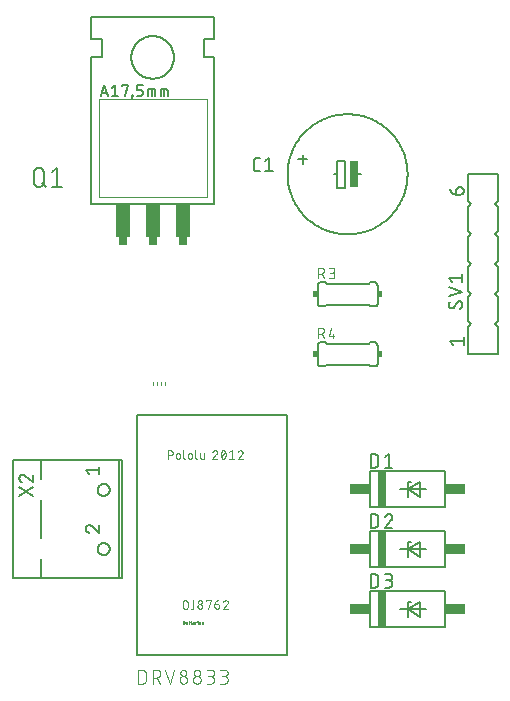
<source format=gbr>
G04 EAGLE Gerber RS-274X export*
G75*
%MOMM*%
%FSLAX34Y34*%
%LPD*%
%INSilkscreen Top*%
%IPPOS*%
%AMOC8*
5,1,8,0,0,1.08239X$1,22.5*%
G01*
%ADD10C,0.127000*%
%ADD11C,0.076200*%
%ADD12C,0.025400*%
%ADD13C,0.101600*%
%ADD14C,0.152400*%
%ADD15R,0.635000X2.286000*%
%ADD16R,0.762000X3.048000*%
%ADD17R,1.676400X0.812800*%
%ADD18C,0.050800*%
%ADD19R,0.762000X0.635000*%
%ADD20R,1.270000X2.794000*%
%ADD21C,0.177800*%
%ADD22R,0.381000X0.508000*%


D10*
X101400Y253100D02*
X101400Y49900D01*
X228400Y49900D01*
X228400Y253100D01*
X101400Y253100D01*
D11*
X127381Y223519D02*
X127381Y216281D01*
X127381Y223519D02*
X129392Y223519D01*
X129481Y223517D01*
X129570Y223511D01*
X129658Y223501D01*
X129746Y223488D01*
X129833Y223470D01*
X129920Y223449D01*
X130005Y223423D01*
X130089Y223394D01*
X130172Y223362D01*
X130253Y223325D01*
X130333Y223285D01*
X130410Y223242D01*
X130486Y223195D01*
X130560Y223145D01*
X130631Y223092D01*
X130700Y223036D01*
X130766Y222976D01*
X130830Y222914D01*
X130890Y222849D01*
X130948Y222782D01*
X131003Y222712D01*
X131055Y222639D01*
X131103Y222564D01*
X131148Y222488D01*
X131190Y222409D01*
X131228Y222329D01*
X131262Y222247D01*
X131293Y222163D01*
X131320Y222078D01*
X131344Y221993D01*
X131363Y221906D01*
X131379Y221818D01*
X131391Y221730D01*
X131399Y221641D01*
X131403Y221552D01*
X131403Y221464D01*
X131399Y221375D01*
X131391Y221286D01*
X131379Y221198D01*
X131363Y221110D01*
X131344Y221023D01*
X131320Y220938D01*
X131293Y220853D01*
X131262Y220769D01*
X131228Y220687D01*
X131190Y220607D01*
X131148Y220528D01*
X131103Y220452D01*
X131055Y220377D01*
X131003Y220304D01*
X130948Y220234D01*
X130890Y220167D01*
X130830Y220102D01*
X130766Y220040D01*
X130700Y219980D01*
X130631Y219924D01*
X130560Y219871D01*
X130486Y219821D01*
X130410Y219774D01*
X130333Y219731D01*
X130253Y219691D01*
X130172Y219654D01*
X130089Y219622D01*
X130005Y219593D01*
X129920Y219567D01*
X129833Y219546D01*
X129746Y219528D01*
X129658Y219515D01*
X129570Y219505D01*
X129481Y219499D01*
X129392Y219497D01*
X129392Y219498D02*
X127381Y219498D01*
X134146Y219498D02*
X134146Y217889D01*
X134147Y219498D02*
X134149Y219577D01*
X134155Y219656D01*
X134164Y219734D01*
X134178Y219812D01*
X134195Y219889D01*
X134216Y219965D01*
X134241Y220040D01*
X134269Y220113D01*
X134301Y220186D01*
X134337Y220256D01*
X134376Y220325D01*
X134418Y220391D01*
X134463Y220456D01*
X134512Y220518D01*
X134564Y220578D01*
X134618Y220635D01*
X134675Y220689D01*
X134735Y220741D01*
X134797Y220790D01*
X134862Y220835D01*
X134928Y220877D01*
X134997Y220916D01*
X135067Y220952D01*
X135140Y220984D01*
X135213Y221012D01*
X135288Y221037D01*
X135364Y221058D01*
X135441Y221075D01*
X135519Y221089D01*
X135597Y221098D01*
X135676Y221104D01*
X135755Y221106D01*
X135834Y221104D01*
X135913Y221098D01*
X135991Y221089D01*
X136069Y221075D01*
X136146Y221058D01*
X136222Y221037D01*
X136297Y221012D01*
X136370Y220984D01*
X136443Y220952D01*
X136513Y220916D01*
X136582Y220877D01*
X136648Y220835D01*
X136713Y220790D01*
X136775Y220741D01*
X136835Y220689D01*
X136892Y220635D01*
X136946Y220578D01*
X136998Y220518D01*
X137047Y220456D01*
X137092Y220391D01*
X137134Y220325D01*
X137173Y220256D01*
X137209Y220186D01*
X137241Y220113D01*
X137269Y220040D01*
X137294Y219965D01*
X137315Y219889D01*
X137332Y219812D01*
X137346Y219734D01*
X137355Y219656D01*
X137361Y219577D01*
X137363Y219498D01*
X137363Y217889D01*
X137361Y217810D01*
X137355Y217731D01*
X137346Y217653D01*
X137332Y217575D01*
X137315Y217498D01*
X137294Y217422D01*
X137269Y217347D01*
X137241Y217274D01*
X137209Y217201D01*
X137173Y217131D01*
X137134Y217062D01*
X137092Y216996D01*
X137047Y216931D01*
X136998Y216869D01*
X136946Y216809D01*
X136892Y216752D01*
X136835Y216698D01*
X136775Y216646D01*
X136713Y216597D01*
X136648Y216552D01*
X136582Y216510D01*
X136513Y216471D01*
X136443Y216435D01*
X136370Y216403D01*
X136297Y216375D01*
X136222Y216350D01*
X136146Y216329D01*
X136069Y216312D01*
X135991Y216298D01*
X135913Y216289D01*
X135834Y216283D01*
X135755Y216281D01*
X135676Y216283D01*
X135597Y216289D01*
X135519Y216298D01*
X135441Y216312D01*
X135364Y216329D01*
X135288Y216350D01*
X135213Y216375D01*
X135140Y216403D01*
X135067Y216435D01*
X134997Y216471D01*
X134928Y216510D01*
X134862Y216552D01*
X134797Y216597D01*
X134735Y216646D01*
X134675Y216698D01*
X134618Y216752D01*
X134564Y216809D01*
X134512Y216869D01*
X134463Y216931D01*
X134418Y216996D01*
X134376Y217062D01*
X134337Y217131D01*
X134301Y217201D01*
X134269Y217274D01*
X134241Y217347D01*
X134216Y217422D01*
X134195Y217498D01*
X134178Y217575D01*
X134164Y217653D01*
X134155Y217731D01*
X134149Y217810D01*
X134147Y217889D01*
X140467Y217487D02*
X140467Y223519D01*
X140467Y217487D02*
X140469Y217419D01*
X140475Y217352D01*
X140484Y217285D01*
X140497Y217219D01*
X140514Y217153D01*
X140535Y217089D01*
X140559Y217025D01*
X140586Y216964D01*
X140617Y216904D01*
X140652Y216845D01*
X140689Y216789D01*
X140730Y216735D01*
X140774Y216683D01*
X140820Y216634D01*
X140869Y216588D01*
X140921Y216544D01*
X140975Y216503D01*
X141031Y216466D01*
X141090Y216431D01*
X141150Y216400D01*
X141211Y216373D01*
X141275Y216349D01*
X141339Y216328D01*
X141405Y216311D01*
X141471Y216298D01*
X141538Y216289D01*
X141605Y216283D01*
X141673Y216281D01*
X144226Y217889D02*
X144226Y219498D01*
X144227Y219498D02*
X144229Y219577D01*
X144235Y219656D01*
X144244Y219734D01*
X144258Y219812D01*
X144275Y219889D01*
X144296Y219965D01*
X144321Y220040D01*
X144349Y220113D01*
X144381Y220186D01*
X144417Y220256D01*
X144456Y220325D01*
X144498Y220391D01*
X144543Y220456D01*
X144592Y220518D01*
X144644Y220578D01*
X144698Y220635D01*
X144755Y220689D01*
X144815Y220741D01*
X144877Y220790D01*
X144942Y220835D01*
X145008Y220877D01*
X145077Y220916D01*
X145147Y220952D01*
X145220Y220984D01*
X145293Y221012D01*
X145368Y221037D01*
X145444Y221058D01*
X145521Y221075D01*
X145599Y221089D01*
X145677Y221098D01*
X145756Y221104D01*
X145835Y221106D01*
X145914Y221104D01*
X145993Y221098D01*
X146071Y221089D01*
X146149Y221075D01*
X146226Y221058D01*
X146302Y221037D01*
X146377Y221012D01*
X146450Y220984D01*
X146523Y220952D01*
X146593Y220916D01*
X146662Y220877D01*
X146728Y220835D01*
X146793Y220790D01*
X146855Y220741D01*
X146915Y220689D01*
X146972Y220635D01*
X147026Y220578D01*
X147078Y220518D01*
X147127Y220456D01*
X147172Y220391D01*
X147214Y220325D01*
X147253Y220256D01*
X147289Y220186D01*
X147321Y220113D01*
X147349Y220040D01*
X147374Y219965D01*
X147395Y219889D01*
X147412Y219812D01*
X147426Y219734D01*
X147435Y219656D01*
X147441Y219577D01*
X147443Y219498D01*
X147443Y217889D01*
X147441Y217810D01*
X147435Y217731D01*
X147426Y217653D01*
X147412Y217575D01*
X147395Y217498D01*
X147374Y217422D01*
X147349Y217347D01*
X147321Y217274D01*
X147289Y217201D01*
X147253Y217131D01*
X147214Y217062D01*
X147172Y216996D01*
X147127Y216931D01*
X147078Y216869D01*
X147026Y216809D01*
X146972Y216752D01*
X146915Y216698D01*
X146855Y216646D01*
X146793Y216597D01*
X146728Y216552D01*
X146662Y216510D01*
X146593Y216471D01*
X146523Y216435D01*
X146450Y216403D01*
X146377Y216375D01*
X146302Y216350D01*
X146226Y216329D01*
X146149Y216312D01*
X146071Y216298D01*
X145993Y216289D01*
X145914Y216283D01*
X145835Y216281D01*
X145756Y216283D01*
X145677Y216289D01*
X145599Y216298D01*
X145521Y216312D01*
X145444Y216329D01*
X145368Y216350D01*
X145293Y216375D01*
X145220Y216403D01*
X145147Y216435D01*
X145077Y216471D01*
X145008Y216510D01*
X144942Y216552D01*
X144877Y216597D01*
X144815Y216646D01*
X144755Y216698D01*
X144698Y216752D01*
X144644Y216809D01*
X144592Y216869D01*
X144543Y216931D01*
X144498Y216996D01*
X144456Y217062D01*
X144417Y217131D01*
X144381Y217201D01*
X144349Y217274D01*
X144321Y217347D01*
X144296Y217422D01*
X144275Y217498D01*
X144258Y217575D01*
X144244Y217653D01*
X144235Y217731D01*
X144229Y217810D01*
X144227Y217889D01*
X150547Y217487D02*
X150547Y223519D01*
X150547Y217487D02*
X150549Y217419D01*
X150555Y217352D01*
X150564Y217285D01*
X150577Y217219D01*
X150594Y217153D01*
X150615Y217089D01*
X150639Y217025D01*
X150666Y216964D01*
X150697Y216904D01*
X150732Y216845D01*
X150769Y216789D01*
X150810Y216735D01*
X150854Y216683D01*
X150900Y216634D01*
X150949Y216588D01*
X151001Y216544D01*
X151055Y216503D01*
X151111Y216466D01*
X151170Y216431D01*
X151230Y216400D01*
X151291Y216373D01*
X151355Y216349D01*
X151419Y216328D01*
X151485Y216311D01*
X151551Y216298D01*
X151618Y216289D01*
X151685Y216283D01*
X151753Y216281D01*
X154546Y217487D02*
X154546Y221106D01*
X154547Y217487D02*
X154549Y217419D01*
X154555Y217352D01*
X154564Y217285D01*
X154577Y217219D01*
X154594Y217153D01*
X154615Y217089D01*
X154639Y217025D01*
X154666Y216964D01*
X154697Y216904D01*
X154732Y216845D01*
X154769Y216789D01*
X154810Y216735D01*
X154854Y216683D01*
X154900Y216634D01*
X154949Y216588D01*
X155001Y216544D01*
X155055Y216503D01*
X155111Y216466D01*
X155170Y216431D01*
X155230Y216400D01*
X155291Y216373D01*
X155355Y216349D01*
X155419Y216328D01*
X155485Y216311D01*
X155551Y216298D01*
X155618Y216289D01*
X155685Y216283D01*
X155753Y216281D01*
X157763Y216281D01*
X157763Y221106D01*
X167156Y223520D02*
X167240Y223518D01*
X167323Y223512D01*
X167406Y223503D01*
X167489Y223489D01*
X167570Y223472D01*
X167651Y223451D01*
X167731Y223426D01*
X167810Y223398D01*
X167887Y223366D01*
X167963Y223330D01*
X168037Y223291D01*
X168109Y223249D01*
X168179Y223203D01*
X168247Y223154D01*
X168312Y223102D01*
X168375Y223048D01*
X168436Y222990D01*
X168494Y222929D01*
X168548Y222866D01*
X168600Y222801D01*
X168649Y222733D01*
X168695Y222663D01*
X168737Y222591D01*
X168776Y222517D01*
X168812Y222441D01*
X168844Y222364D01*
X168872Y222285D01*
X168897Y222205D01*
X168918Y222124D01*
X168935Y222043D01*
X168949Y221960D01*
X168958Y221877D01*
X168964Y221794D01*
X168966Y221710D01*
X167156Y223519D02*
X167062Y223517D01*
X166968Y223511D01*
X166874Y223502D01*
X166780Y223488D01*
X166688Y223471D01*
X166596Y223450D01*
X166505Y223426D01*
X166415Y223398D01*
X166326Y223366D01*
X166238Y223330D01*
X166153Y223291D01*
X166068Y223249D01*
X165986Y223203D01*
X165905Y223154D01*
X165827Y223102D01*
X165751Y223046D01*
X165677Y222988D01*
X165605Y222926D01*
X165536Y222862D01*
X165470Y222795D01*
X165406Y222725D01*
X165346Y222653D01*
X165288Y222578D01*
X165233Y222501D01*
X165182Y222422D01*
X165134Y222341D01*
X165089Y222258D01*
X165047Y222174D01*
X165009Y222087D01*
X164975Y221999D01*
X164944Y221910D01*
X168363Y220302D02*
X168425Y220364D01*
X168484Y220428D01*
X168540Y220496D01*
X168593Y220565D01*
X168643Y220637D01*
X168690Y220711D01*
X168733Y220787D01*
X168773Y220865D01*
X168809Y220944D01*
X168841Y221025D01*
X168870Y221108D01*
X168896Y221192D01*
X168917Y221276D01*
X168935Y221362D01*
X168948Y221448D01*
X168958Y221535D01*
X168964Y221623D01*
X168966Y221710D01*
X168362Y220302D02*
X164944Y216281D01*
X168965Y216281D01*
X172144Y219900D02*
X172146Y220050D01*
X172152Y220201D01*
X172161Y220351D01*
X172174Y220500D01*
X172191Y220650D01*
X172212Y220798D01*
X172237Y220947D01*
X172265Y221094D01*
X172297Y221241D01*
X172332Y221387D01*
X172372Y221532D01*
X172415Y221676D01*
X172461Y221819D01*
X172511Y221961D01*
X172565Y222101D01*
X172622Y222240D01*
X172683Y222378D01*
X172747Y222514D01*
X172773Y222583D01*
X172802Y222651D01*
X172835Y222717D01*
X172870Y222782D01*
X172909Y222844D01*
X172951Y222905D01*
X172996Y222964D01*
X173043Y223020D01*
X173094Y223074D01*
X173147Y223126D01*
X173202Y223174D01*
X173260Y223220D01*
X173320Y223263D01*
X173383Y223303D01*
X173447Y223340D01*
X173512Y223373D01*
X173580Y223403D01*
X173648Y223430D01*
X173719Y223454D01*
X173790Y223473D01*
X173862Y223490D01*
X173934Y223503D01*
X174008Y223512D01*
X174081Y223517D01*
X174155Y223519D01*
X174229Y223517D01*
X174302Y223512D01*
X174376Y223503D01*
X174448Y223490D01*
X174520Y223473D01*
X174591Y223454D01*
X174662Y223430D01*
X174730Y223403D01*
X174798Y223373D01*
X174863Y223340D01*
X174927Y223303D01*
X174990Y223263D01*
X175050Y223220D01*
X175108Y223174D01*
X175163Y223126D01*
X175216Y223074D01*
X175267Y223020D01*
X175314Y222964D01*
X175359Y222905D01*
X175401Y222844D01*
X175440Y222782D01*
X175475Y222717D01*
X175508Y222651D01*
X175537Y222583D01*
X175563Y222514D01*
X175562Y222514D02*
X175626Y222378D01*
X175687Y222240D01*
X175744Y222101D01*
X175798Y221961D01*
X175848Y221819D01*
X175894Y221676D01*
X175937Y221532D01*
X175977Y221387D01*
X176012Y221241D01*
X176044Y221094D01*
X176072Y220947D01*
X176097Y220798D01*
X176118Y220650D01*
X176135Y220500D01*
X176148Y220351D01*
X176157Y220201D01*
X176163Y220050D01*
X176165Y219900D01*
X172144Y219900D02*
X172146Y219750D01*
X172152Y219600D01*
X172161Y219449D01*
X172174Y219300D01*
X172191Y219150D01*
X172212Y219002D01*
X172237Y218853D01*
X172265Y218706D01*
X172297Y218559D01*
X172332Y218413D01*
X172372Y218268D01*
X172415Y218124D01*
X172461Y217981D01*
X172511Y217839D01*
X172565Y217699D01*
X172622Y217560D01*
X172683Y217422D01*
X172747Y217286D01*
X172773Y217217D01*
X172802Y217149D01*
X172835Y217083D01*
X172870Y217018D01*
X172909Y216956D01*
X172951Y216895D01*
X172996Y216836D01*
X173043Y216780D01*
X173094Y216726D01*
X173147Y216674D01*
X173202Y216626D01*
X173260Y216580D01*
X173320Y216537D01*
X173383Y216497D01*
X173447Y216460D01*
X173512Y216427D01*
X173580Y216397D01*
X173648Y216370D01*
X173719Y216346D01*
X173790Y216327D01*
X173862Y216310D01*
X173934Y216297D01*
X174008Y216288D01*
X174081Y216283D01*
X174155Y216281D01*
X175562Y217286D02*
X175626Y217422D01*
X175687Y217560D01*
X175744Y217699D01*
X175798Y217839D01*
X175848Y217981D01*
X175894Y218124D01*
X175937Y218268D01*
X175977Y218413D01*
X176012Y218559D01*
X176044Y218706D01*
X176072Y218853D01*
X176097Y219002D01*
X176118Y219150D01*
X176135Y219300D01*
X176148Y219449D01*
X176157Y219600D01*
X176163Y219750D01*
X176165Y219900D01*
X175563Y217286D02*
X175537Y217217D01*
X175508Y217149D01*
X175475Y217083D01*
X175440Y217018D01*
X175401Y216956D01*
X175359Y216895D01*
X175314Y216836D01*
X175267Y216780D01*
X175216Y216726D01*
X175163Y216674D01*
X175108Y216626D01*
X175050Y216580D01*
X174990Y216537D01*
X174927Y216497D01*
X174863Y216460D01*
X174798Y216427D01*
X174730Y216397D01*
X174662Y216370D01*
X174591Y216346D01*
X174520Y216327D01*
X174448Y216310D01*
X174376Y216297D01*
X174302Y216288D01*
X174229Y216283D01*
X174155Y216281D01*
X172546Y217889D02*
X175763Y221911D01*
X179344Y221911D02*
X181355Y223519D01*
X181355Y216281D01*
X183365Y216281D02*
X179344Y216281D01*
X188756Y223520D02*
X188840Y223518D01*
X188923Y223512D01*
X189006Y223503D01*
X189089Y223489D01*
X189170Y223472D01*
X189251Y223451D01*
X189331Y223426D01*
X189410Y223398D01*
X189487Y223366D01*
X189563Y223330D01*
X189637Y223291D01*
X189709Y223249D01*
X189779Y223203D01*
X189847Y223154D01*
X189912Y223102D01*
X189975Y223048D01*
X190036Y222990D01*
X190094Y222929D01*
X190148Y222866D01*
X190200Y222801D01*
X190249Y222733D01*
X190295Y222663D01*
X190337Y222591D01*
X190376Y222517D01*
X190412Y222441D01*
X190444Y222364D01*
X190472Y222285D01*
X190497Y222205D01*
X190518Y222124D01*
X190535Y222043D01*
X190549Y221960D01*
X190558Y221877D01*
X190564Y221794D01*
X190566Y221710D01*
X188756Y223519D02*
X188662Y223517D01*
X188568Y223511D01*
X188474Y223502D01*
X188380Y223488D01*
X188288Y223471D01*
X188196Y223450D01*
X188105Y223426D01*
X188015Y223398D01*
X187926Y223366D01*
X187838Y223330D01*
X187753Y223291D01*
X187668Y223249D01*
X187586Y223203D01*
X187505Y223154D01*
X187427Y223102D01*
X187351Y223046D01*
X187277Y222988D01*
X187205Y222926D01*
X187136Y222862D01*
X187070Y222795D01*
X187006Y222725D01*
X186946Y222653D01*
X186888Y222578D01*
X186833Y222501D01*
X186782Y222422D01*
X186734Y222341D01*
X186689Y222258D01*
X186647Y222174D01*
X186609Y222087D01*
X186575Y221999D01*
X186544Y221910D01*
X189962Y220302D02*
X190024Y220364D01*
X190083Y220428D01*
X190139Y220496D01*
X190192Y220565D01*
X190242Y220637D01*
X190289Y220711D01*
X190332Y220787D01*
X190372Y220865D01*
X190408Y220944D01*
X190440Y221025D01*
X190469Y221108D01*
X190495Y221192D01*
X190516Y221276D01*
X190534Y221362D01*
X190547Y221448D01*
X190557Y221535D01*
X190563Y221623D01*
X190565Y221710D01*
X189962Y220302D02*
X186544Y216281D01*
X190565Y216281D01*
X140081Y94508D02*
X140081Y91292D01*
X140081Y94508D02*
X140083Y94597D01*
X140089Y94686D01*
X140099Y94774D01*
X140112Y94862D01*
X140130Y94949D01*
X140151Y95036D01*
X140177Y95121D01*
X140206Y95205D01*
X140238Y95288D01*
X140275Y95369D01*
X140315Y95449D01*
X140358Y95526D01*
X140405Y95602D01*
X140455Y95676D01*
X140508Y95747D01*
X140564Y95816D01*
X140624Y95882D01*
X140686Y95946D01*
X140751Y96006D01*
X140818Y96064D01*
X140888Y96119D01*
X140961Y96171D01*
X141036Y96219D01*
X141112Y96264D01*
X141191Y96306D01*
X141271Y96344D01*
X141353Y96378D01*
X141437Y96409D01*
X141522Y96436D01*
X141607Y96460D01*
X141694Y96479D01*
X141782Y96495D01*
X141870Y96507D01*
X141959Y96515D01*
X142048Y96519D01*
X142136Y96519D01*
X142225Y96515D01*
X142314Y96507D01*
X142402Y96495D01*
X142490Y96479D01*
X142577Y96460D01*
X142662Y96436D01*
X142747Y96409D01*
X142831Y96378D01*
X142913Y96344D01*
X142993Y96306D01*
X143072Y96264D01*
X143148Y96219D01*
X143223Y96171D01*
X143296Y96119D01*
X143366Y96064D01*
X143433Y96006D01*
X143498Y95946D01*
X143560Y95882D01*
X143620Y95816D01*
X143676Y95747D01*
X143729Y95676D01*
X143779Y95602D01*
X143826Y95526D01*
X143869Y95449D01*
X143909Y95369D01*
X143946Y95288D01*
X143978Y95205D01*
X144007Y95121D01*
X144033Y95036D01*
X144054Y94949D01*
X144072Y94862D01*
X144085Y94774D01*
X144095Y94686D01*
X144101Y94597D01*
X144103Y94508D01*
X144102Y94508D02*
X144102Y91292D01*
X144103Y91292D02*
X144101Y91203D01*
X144095Y91114D01*
X144085Y91026D01*
X144072Y90938D01*
X144054Y90851D01*
X144033Y90764D01*
X144007Y90679D01*
X143978Y90595D01*
X143946Y90512D01*
X143909Y90431D01*
X143869Y90351D01*
X143826Y90274D01*
X143779Y90198D01*
X143729Y90124D01*
X143676Y90053D01*
X143620Y89984D01*
X143560Y89918D01*
X143498Y89854D01*
X143433Y89794D01*
X143366Y89736D01*
X143296Y89681D01*
X143223Y89629D01*
X143148Y89581D01*
X143072Y89536D01*
X142993Y89494D01*
X142913Y89456D01*
X142831Y89422D01*
X142747Y89391D01*
X142662Y89364D01*
X142577Y89340D01*
X142490Y89321D01*
X142402Y89305D01*
X142314Y89293D01*
X142225Y89285D01*
X142136Y89281D01*
X142048Y89281D01*
X141959Y89285D01*
X141870Y89293D01*
X141782Y89305D01*
X141694Y89321D01*
X141607Y89340D01*
X141522Y89364D01*
X141437Y89391D01*
X141353Y89422D01*
X141271Y89456D01*
X141191Y89494D01*
X141112Y89536D01*
X141036Y89581D01*
X140961Y89629D01*
X140888Y89681D01*
X140818Y89736D01*
X140751Y89794D01*
X140686Y89854D01*
X140624Y89918D01*
X140564Y89984D01*
X140508Y90053D01*
X140455Y90124D01*
X140405Y90198D01*
X140358Y90274D01*
X140315Y90351D01*
X140275Y90431D01*
X140238Y90512D01*
X140206Y90595D01*
X140177Y90679D01*
X140151Y90764D01*
X140130Y90851D01*
X140112Y90938D01*
X140099Y91026D01*
X140089Y91114D01*
X140083Y91203D01*
X140081Y91292D01*
X148934Y90889D02*
X148934Y96519D01*
X148934Y90889D02*
X148932Y90810D01*
X148926Y90731D01*
X148917Y90653D01*
X148903Y90575D01*
X148886Y90498D01*
X148865Y90422D01*
X148840Y90347D01*
X148812Y90274D01*
X148780Y90201D01*
X148744Y90131D01*
X148705Y90062D01*
X148663Y89996D01*
X148618Y89931D01*
X148569Y89869D01*
X148517Y89809D01*
X148463Y89752D01*
X148406Y89698D01*
X148346Y89646D01*
X148284Y89597D01*
X148219Y89552D01*
X148153Y89510D01*
X148084Y89471D01*
X148014Y89435D01*
X147941Y89403D01*
X147868Y89375D01*
X147793Y89350D01*
X147717Y89329D01*
X147640Y89312D01*
X147562Y89298D01*
X147484Y89289D01*
X147405Y89283D01*
X147326Y89281D01*
X146521Y89281D01*
X152320Y91292D02*
X152322Y91381D01*
X152328Y91470D01*
X152338Y91558D01*
X152351Y91646D01*
X152369Y91733D01*
X152390Y91820D01*
X152416Y91905D01*
X152445Y91989D01*
X152477Y92072D01*
X152514Y92153D01*
X152554Y92233D01*
X152597Y92310D01*
X152644Y92386D01*
X152694Y92460D01*
X152747Y92531D01*
X152803Y92600D01*
X152863Y92666D01*
X152925Y92730D01*
X152990Y92790D01*
X153057Y92848D01*
X153127Y92903D01*
X153200Y92955D01*
X153275Y93003D01*
X153351Y93048D01*
X153430Y93090D01*
X153510Y93128D01*
X153592Y93162D01*
X153676Y93193D01*
X153761Y93220D01*
X153846Y93244D01*
X153933Y93263D01*
X154021Y93279D01*
X154109Y93291D01*
X154198Y93299D01*
X154287Y93303D01*
X154375Y93303D01*
X154464Y93299D01*
X154553Y93291D01*
X154641Y93279D01*
X154729Y93263D01*
X154816Y93244D01*
X154901Y93220D01*
X154986Y93193D01*
X155070Y93162D01*
X155152Y93128D01*
X155232Y93090D01*
X155311Y93048D01*
X155387Y93003D01*
X155462Y92955D01*
X155535Y92903D01*
X155605Y92848D01*
X155672Y92790D01*
X155737Y92730D01*
X155799Y92666D01*
X155859Y92600D01*
X155915Y92531D01*
X155968Y92460D01*
X156018Y92386D01*
X156065Y92310D01*
X156108Y92233D01*
X156148Y92153D01*
X156185Y92072D01*
X156217Y91989D01*
X156246Y91905D01*
X156272Y91820D01*
X156293Y91733D01*
X156311Y91646D01*
X156324Y91558D01*
X156334Y91470D01*
X156340Y91381D01*
X156342Y91292D01*
X156340Y91203D01*
X156334Y91114D01*
X156324Y91026D01*
X156311Y90938D01*
X156293Y90851D01*
X156272Y90764D01*
X156246Y90679D01*
X156217Y90595D01*
X156185Y90512D01*
X156148Y90431D01*
X156108Y90351D01*
X156065Y90274D01*
X156018Y90198D01*
X155968Y90124D01*
X155915Y90053D01*
X155859Y89984D01*
X155799Y89918D01*
X155737Y89854D01*
X155672Y89794D01*
X155605Y89736D01*
X155535Y89681D01*
X155462Y89629D01*
X155387Y89581D01*
X155311Y89536D01*
X155232Y89494D01*
X155152Y89456D01*
X155070Y89422D01*
X154986Y89391D01*
X154901Y89364D01*
X154816Y89340D01*
X154729Y89321D01*
X154641Y89305D01*
X154553Y89293D01*
X154464Y89285D01*
X154375Y89281D01*
X154287Y89281D01*
X154198Y89285D01*
X154109Y89293D01*
X154021Y89305D01*
X153933Y89321D01*
X153846Y89340D01*
X153761Y89364D01*
X153676Y89391D01*
X153592Y89422D01*
X153510Y89456D01*
X153430Y89494D01*
X153351Y89536D01*
X153275Y89581D01*
X153200Y89629D01*
X153127Y89681D01*
X153057Y89736D01*
X152990Y89794D01*
X152925Y89854D01*
X152863Y89918D01*
X152803Y89984D01*
X152747Y90053D01*
X152694Y90124D01*
X152644Y90198D01*
X152597Y90274D01*
X152554Y90351D01*
X152514Y90431D01*
X152477Y90512D01*
X152445Y90595D01*
X152416Y90679D01*
X152390Y90764D01*
X152369Y90851D01*
X152351Y90938D01*
X152338Y91026D01*
X152328Y91114D01*
X152322Y91203D01*
X152320Y91292D01*
X152723Y94911D02*
X152725Y94990D01*
X152731Y95069D01*
X152740Y95147D01*
X152754Y95225D01*
X152771Y95302D01*
X152792Y95378D01*
X152817Y95453D01*
X152845Y95526D01*
X152877Y95599D01*
X152913Y95669D01*
X152952Y95738D01*
X152994Y95804D01*
X153039Y95869D01*
X153088Y95931D01*
X153140Y95991D01*
X153194Y96048D01*
X153251Y96102D01*
X153311Y96154D01*
X153373Y96203D01*
X153438Y96248D01*
X153504Y96290D01*
X153573Y96329D01*
X153643Y96365D01*
X153716Y96397D01*
X153789Y96425D01*
X153864Y96450D01*
X153940Y96471D01*
X154017Y96488D01*
X154095Y96502D01*
X154173Y96511D01*
X154252Y96517D01*
X154331Y96519D01*
X154410Y96517D01*
X154489Y96511D01*
X154567Y96502D01*
X154645Y96488D01*
X154722Y96471D01*
X154798Y96450D01*
X154873Y96425D01*
X154946Y96397D01*
X155019Y96365D01*
X155089Y96329D01*
X155158Y96290D01*
X155224Y96248D01*
X155289Y96203D01*
X155351Y96154D01*
X155411Y96102D01*
X155468Y96048D01*
X155522Y95991D01*
X155574Y95931D01*
X155623Y95869D01*
X155668Y95804D01*
X155710Y95738D01*
X155749Y95669D01*
X155785Y95599D01*
X155817Y95526D01*
X155845Y95453D01*
X155870Y95378D01*
X155891Y95302D01*
X155908Y95225D01*
X155922Y95147D01*
X155931Y95069D01*
X155937Y94990D01*
X155939Y94911D01*
X155937Y94832D01*
X155931Y94753D01*
X155922Y94675D01*
X155908Y94597D01*
X155891Y94520D01*
X155870Y94444D01*
X155845Y94369D01*
X155817Y94296D01*
X155785Y94223D01*
X155749Y94153D01*
X155710Y94084D01*
X155668Y94018D01*
X155623Y93953D01*
X155574Y93891D01*
X155522Y93831D01*
X155468Y93774D01*
X155411Y93720D01*
X155351Y93668D01*
X155289Y93619D01*
X155224Y93574D01*
X155158Y93532D01*
X155089Y93493D01*
X155019Y93457D01*
X154946Y93425D01*
X154873Y93397D01*
X154798Y93372D01*
X154722Y93351D01*
X154645Y93334D01*
X154567Y93320D01*
X154489Y93311D01*
X154410Y93305D01*
X154331Y93303D01*
X154252Y93305D01*
X154173Y93311D01*
X154095Y93320D01*
X154017Y93334D01*
X153940Y93351D01*
X153864Y93372D01*
X153789Y93397D01*
X153716Y93425D01*
X153643Y93457D01*
X153573Y93493D01*
X153504Y93532D01*
X153438Y93574D01*
X153373Y93619D01*
X153311Y93668D01*
X153251Y93720D01*
X153194Y93774D01*
X153140Y93831D01*
X153088Y93891D01*
X153039Y93953D01*
X152994Y94018D01*
X152952Y94084D01*
X152913Y94153D01*
X152877Y94223D01*
X152845Y94296D01*
X152817Y94369D01*
X152792Y94444D01*
X152771Y94520D01*
X152754Y94597D01*
X152740Y94675D01*
X152731Y94753D01*
X152725Y94832D01*
X152723Y94911D01*
X159521Y95715D02*
X159521Y96519D01*
X163542Y96519D01*
X161531Y89281D01*
X166721Y93302D02*
X169134Y93302D01*
X169213Y93300D01*
X169292Y93294D01*
X169370Y93285D01*
X169448Y93271D01*
X169525Y93254D01*
X169601Y93233D01*
X169676Y93208D01*
X169749Y93180D01*
X169822Y93148D01*
X169892Y93112D01*
X169961Y93073D01*
X170027Y93031D01*
X170092Y92986D01*
X170154Y92937D01*
X170214Y92885D01*
X170271Y92831D01*
X170325Y92774D01*
X170377Y92714D01*
X170426Y92652D01*
X170471Y92587D01*
X170513Y92521D01*
X170552Y92452D01*
X170588Y92382D01*
X170620Y92309D01*
X170648Y92236D01*
X170673Y92161D01*
X170694Y92085D01*
X170711Y92008D01*
X170725Y91930D01*
X170734Y91852D01*
X170740Y91773D01*
X170742Y91694D01*
X170742Y91292D01*
X170740Y91203D01*
X170734Y91114D01*
X170724Y91026D01*
X170711Y90938D01*
X170693Y90851D01*
X170672Y90764D01*
X170646Y90679D01*
X170617Y90595D01*
X170585Y90512D01*
X170548Y90431D01*
X170508Y90351D01*
X170465Y90274D01*
X170418Y90198D01*
X170368Y90124D01*
X170315Y90053D01*
X170259Y89984D01*
X170199Y89918D01*
X170137Y89854D01*
X170072Y89794D01*
X170005Y89736D01*
X169935Y89681D01*
X169862Y89629D01*
X169787Y89581D01*
X169711Y89536D01*
X169632Y89494D01*
X169552Y89456D01*
X169470Y89422D01*
X169386Y89391D01*
X169301Y89364D01*
X169216Y89340D01*
X169129Y89321D01*
X169041Y89305D01*
X168953Y89293D01*
X168864Y89285D01*
X168775Y89281D01*
X168687Y89281D01*
X168598Y89285D01*
X168509Y89293D01*
X168421Y89305D01*
X168333Y89321D01*
X168246Y89340D01*
X168161Y89364D01*
X168076Y89391D01*
X167992Y89422D01*
X167910Y89456D01*
X167830Y89494D01*
X167751Y89536D01*
X167675Y89581D01*
X167600Y89629D01*
X167527Y89681D01*
X167457Y89736D01*
X167390Y89794D01*
X167325Y89854D01*
X167263Y89918D01*
X167203Y89984D01*
X167147Y90053D01*
X167094Y90124D01*
X167044Y90198D01*
X166997Y90274D01*
X166954Y90351D01*
X166914Y90431D01*
X166877Y90512D01*
X166845Y90595D01*
X166816Y90679D01*
X166790Y90764D01*
X166769Y90851D01*
X166751Y90938D01*
X166738Y91026D01*
X166728Y91114D01*
X166722Y91203D01*
X166720Y91292D01*
X166721Y91292D02*
X166721Y93302D01*
X166723Y93414D01*
X166729Y93526D01*
X166739Y93638D01*
X166752Y93750D01*
X166770Y93861D01*
X166791Y93971D01*
X166817Y94080D01*
X166846Y94189D01*
X166878Y94296D01*
X166915Y94402D01*
X166955Y94507D01*
X166999Y94610D01*
X167047Y94712D01*
X167098Y94812D01*
X167152Y94910D01*
X167210Y95007D01*
X167271Y95101D01*
X167335Y95193D01*
X167403Y95283D01*
X167474Y95370D01*
X167547Y95455D01*
X167624Y95537D01*
X167703Y95616D01*
X167785Y95693D01*
X167870Y95766D01*
X167957Y95837D01*
X168047Y95905D01*
X168139Y95969D01*
X168233Y96030D01*
X168329Y96088D01*
X168428Y96142D01*
X168528Y96193D01*
X168630Y96241D01*
X168733Y96285D01*
X168838Y96325D01*
X168944Y96362D01*
X169051Y96394D01*
X169160Y96423D01*
X169269Y96449D01*
X169379Y96470D01*
X169490Y96488D01*
X169602Y96501D01*
X169714Y96511D01*
X169826Y96517D01*
X169938Y96519D01*
X176132Y96520D02*
X176216Y96518D01*
X176299Y96512D01*
X176382Y96503D01*
X176465Y96489D01*
X176546Y96472D01*
X176627Y96451D01*
X176707Y96426D01*
X176786Y96398D01*
X176863Y96366D01*
X176939Y96330D01*
X177013Y96291D01*
X177085Y96249D01*
X177155Y96203D01*
X177223Y96154D01*
X177288Y96102D01*
X177351Y96048D01*
X177412Y95990D01*
X177470Y95929D01*
X177524Y95866D01*
X177576Y95801D01*
X177625Y95733D01*
X177671Y95663D01*
X177713Y95591D01*
X177752Y95517D01*
X177788Y95441D01*
X177820Y95364D01*
X177848Y95285D01*
X177873Y95205D01*
X177894Y95124D01*
X177911Y95043D01*
X177925Y94960D01*
X177934Y94877D01*
X177940Y94794D01*
X177942Y94710D01*
X176132Y96519D02*
X176038Y96517D01*
X175944Y96511D01*
X175850Y96502D01*
X175756Y96488D01*
X175664Y96471D01*
X175572Y96450D01*
X175481Y96426D01*
X175391Y96398D01*
X175302Y96366D01*
X175214Y96330D01*
X175129Y96291D01*
X175044Y96249D01*
X174962Y96203D01*
X174881Y96154D01*
X174803Y96102D01*
X174727Y96046D01*
X174653Y95988D01*
X174581Y95926D01*
X174512Y95862D01*
X174446Y95795D01*
X174382Y95725D01*
X174322Y95653D01*
X174264Y95578D01*
X174209Y95501D01*
X174158Y95422D01*
X174110Y95341D01*
X174065Y95258D01*
X174023Y95174D01*
X173985Y95087D01*
X173951Y94999D01*
X173920Y94910D01*
X177339Y93302D02*
X177401Y93364D01*
X177460Y93428D01*
X177516Y93496D01*
X177569Y93565D01*
X177619Y93637D01*
X177666Y93711D01*
X177709Y93787D01*
X177749Y93865D01*
X177785Y93944D01*
X177817Y94025D01*
X177846Y94108D01*
X177872Y94192D01*
X177893Y94276D01*
X177911Y94362D01*
X177924Y94448D01*
X177934Y94535D01*
X177940Y94623D01*
X177942Y94710D01*
X177339Y93302D02*
X173921Y89281D01*
X177942Y89281D01*
D12*
X139827Y79073D02*
X139827Y76327D01*
X139827Y79073D02*
X140590Y79073D01*
X140644Y79071D01*
X140699Y79065D01*
X140752Y79056D01*
X140805Y79042D01*
X140857Y79025D01*
X140907Y79004D01*
X140956Y78980D01*
X141003Y78952D01*
X141047Y78921D01*
X141090Y78887D01*
X141130Y78850D01*
X141167Y78810D01*
X141201Y78767D01*
X141232Y78723D01*
X141260Y78676D01*
X141284Y78627D01*
X141305Y78577D01*
X141322Y78525D01*
X141336Y78472D01*
X141345Y78419D01*
X141351Y78364D01*
X141353Y78310D01*
X141353Y77090D01*
X141351Y77036D01*
X141345Y76981D01*
X141336Y76928D01*
X141322Y76875D01*
X141305Y76823D01*
X141284Y76773D01*
X141260Y76724D01*
X141232Y76677D01*
X141201Y76633D01*
X141167Y76590D01*
X141130Y76550D01*
X141090Y76513D01*
X141047Y76479D01*
X141003Y76448D01*
X140956Y76420D01*
X140907Y76396D01*
X140857Y76375D01*
X140805Y76358D01*
X140752Y76344D01*
X140699Y76335D01*
X140644Y76329D01*
X140590Y76327D01*
X139827Y76327D01*
X143047Y76327D02*
X143810Y76327D01*
X143047Y76327D02*
X143007Y76329D01*
X142967Y76334D01*
X142928Y76343D01*
X142890Y76355D01*
X142853Y76370D01*
X142818Y76388D01*
X142784Y76410D01*
X142753Y76434D01*
X142723Y76461D01*
X142696Y76491D01*
X142672Y76522D01*
X142650Y76556D01*
X142632Y76591D01*
X142617Y76628D01*
X142605Y76666D01*
X142596Y76705D01*
X142591Y76745D01*
X142589Y76785D01*
X142590Y76785D02*
X142590Y77547D01*
X142592Y77595D01*
X142598Y77642D01*
X142607Y77689D01*
X142620Y77736D01*
X142636Y77780D01*
X142656Y77824D01*
X142680Y77866D01*
X142706Y77906D01*
X142736Y77943D01*
X142769Y77978D01*
X142804Y78011D01*
X142841Y78041D01*
X142881Y78067D01*
X142923Y78091D01*
X142967Y78111D01*
X143011Y78127D01*
X143058Y78140D01*
X143105Y78149D01*
X143152Y78155D01*
X143200Y78157D01*
X143248Y78155D01*
X143295Y78149D01*
X143342Y78140D01*
X143389Y78127D01*
X143433Y78111D01*
X143477Y78091D01*
X143519Y78067D01*
X143559Y78041D01*
X143596Y78011D01*
X143631Y77978D01*
X143664Y77943D01*
X143694Y77906D01*
X143720Y77866D01*
X143744Y77824D01*
X143764Y77780D01*
X143780Y77736D01*
X143793Y77689D01*
X143802Y77642D01*
X143808Y77595D01*
X143810Y77547D01*
X143810Y77242D01*
X142590Y77242D01*
X144963Y76785D02*
X144963Y79073D01*
X144963Y76785D02*
X144965Y76745D01*
X144970Y76705D01*
X144979Y76666D01*
X144991Y76628D01*
X145006Y76591D01*
X145024Y76556D01*
X145046Y76522D01*
X145070Y76491D01*
X145097Y76461D01*
X145127Y76434D01*
X145158Y76410D01*
X145192Y76388D01*
X145227Y76370D01*
X145264Y76355D01*
X145302Y76343D01*
X145341Y76334D01*
X145381Y76329D01*
X145421Y76327D01*
X146140Y78158D02*
X147055Y78158D01*
X146445Y79073D02*
X146445Y76785D01*
X146444Y76785D02*
X146446Y76745D01*
X146451Y76705D01*
X146460Y76666D01*
X146472Y76628D01*
X146487Y76591D01*
X146505Y76556D01*
X146527Y76522D01*
X146551Y76491D01*
X146578Y76461D01*
X146608Y76434D01*
X146639Y76410D01*
X146673Y76388D01*
X146708Y76370D01*
X146745Y76355D01*
X146783Y76343D01*
X146822Y76334D01*
X146862Y76329D01*
X146902Y76327D01*
X147055Y76327D01*
X148599Y77395D02*
X149286Y77395D01*
X148599Y77395D02*
X148554Y77393D01*
X148509Y77387D01*
X148464Y77378D01*
X148421Y77364D01*
X148379Y77348D01*
X148339Y77327D01*
X148300Y77303D01*
X148264Y77276D01*
X148230Y77247D01*
X148198Y77214D01*
X148170Y77179D01*
X148144Y77141D01*
X148122Y77101D01*
X148104Y77060D01*
X148088Y77017D01*
X148077Y76974D01*
X148069Y76929D01*
X148065Y76884D01*
X148065Y76838D01*
X148069Y76793D01*
X148077Y76748D01*
X148088Y76705D01*
X148104Y76662D01*
X148122Y76621D01*
X148144Y76581D01*
X148170Y76543D01*
X148198Y76508D01*
X148230Y76475D01*
X148264Y76446D01*
X148300Y76419D01*
X148339Y76395D01*
X148379Y76374D01*
X148421Y76358D01*
X148464Y76344D01*
X148509Y76335D01*
X148554Y76329D01*
X148599Y76327D01*
X149286Y76327D01*
X149286Y77700D01*
X149284Y77740D01*
X149279Y77780D01*
X149270Y77819D01*
X149258Y77857D01*
X149243Y77894D01*
X149225Y77929D01*
X149203Y77963D01*
X149179Y77994D01*
X149152Y78024D01*
X149122Y78051D01*
X149091Y78075D01*
X149057Y78097D01*
X149022Y78115D01*
X148985Y78130D01*
X148947Y78142D01*
X148908Y78151D01*
X148868Y78156D01*
X148828Y78158D01*
X148218Y78158D01*
X150616Y78158D02*
X150616Y76327D01*
X150616Y78158D02*
X151531Y78158D01*
X151531Y77853D01*
X152380Y78158D02*
X152380Y76327D01*
X152303Y78920D02*
X152303Y79073D01*
X152456Y79073D01*
X152456Y78920D01*
X152303Y78920D01*
X153479Y77547D02*
X153479Y76937D01*
X153480Y77547D02*
X153482Y77595D01*
X153488Y77642D01*
X153497Y77689D01*
X153510Y77736D01*
X153526Y77780D01*
X153546Y77824D01*
X153570Y77866D01*
X153596Y77906D01*
X153626Y77943D01*
X153659Y77978D01*
X153694Y78011D01*
X153731Y78041D01*
X153771Y78067D01*
X153813Y78091D01*
X153857Y78111D01*
X153901Y78127D01*
X153948Y78140D01*
X153995Y78149D01*
X154042Y78155D01*
X154090Y78157D01*
X154138Y78155D01*
X154185Y78149D01*
X154232Y78140D01*
X154279Y78127D01*
X154323Y78111D01*
X154367Y78091D01*
X154409Y78067D01*
X154449Y78041D01*
X154486Y78011D01*
X154521Y77978D01*
X154554Y77943D01*
X154584Y77906D01*
X154610Y77866D01*
X154634Y77824D01*
X154654Y77780D01*
X154670Y77736D01*
X154683Y77689D01*
X154692Y77642D01*
X154698Y77595D01*
X154700Y77547D01*
X154700Y76937D01*
X154698Y76889D01*
X154692Y76842D01*
X154683Y76795D01*
X154670Y76748D01*
X154654Y76704D01*
X154634Y76660D01*
X154610Y76618D01*
X154584Y76578D01*
X154554Y76541D01*
X154521Y76506D01*
X154486Y76473D01*
X154449Y76443D01*
X154409Y76417D01*
X154367Y76393D01*
X154323Y76373D01*
X154279Y76357D01*
X154232Y76344D01*
X154185Y76335D01*
X154138Y76329D01*
X154090Y76327D01*
X154042Y76329D01*
X153995Y76335D01*
X153948Y76344D01*
X153901Y76357D01*
X153857Y76373D01*
X153813Y76393D01*
X153771Y76417D01*
X153731Y76443D01*
X153694Y76473D01*
X153659Y76506D01*
X153626Y76541D01*
X153596Y76578D01*
X153570Y76618D01*
X153546Y76660D01*
X153526Y76704D01*
X153510Y76748D01*
X153497Y76795D01*
X153488Y76842D01*
X153482Y76889D01*
X153480Y76937D01*
X156048Y77395D02*
X156811Y77090D01*
X156048Y77394D02*
X156012Y77411D01*
X155978Y77430D01*
X155947Y77454D01*
X155917Y77480D01*
X155891Y77509D01*
X155867Y77540D01*
X155847Y77573D01*
X155830Y77609D01*
X155816Y77646D01*
X155807Y77684D01*
X155801Y77722D01*
X155799Y77762D01*
X155801Y77801D01*
X155807Y77840D01*
X155816Y77878D01*
X155830Y77915D01*
X155846Y77950D01*
X155867Y77984D01*
X155890Y78015D01*
X155917Y78044D01*
X155946Y78070D01*
X155978Y78093D01*
X156012Y78113D01*
X156047Y78129D01*
X156084Y78142D01*
X156123Y78151D01*
X156161Y78157D01*
X156201Y78158D01*
X156279Y78155D01*
X156358Y78148D01*
X156436Y78138D01*
X156513Y78125D01*
X156590Y78108D01*
X156666Y78087D01*
X156741Y78063D01*
X156815Y78036D01*
X156887Y78005D01*
X156811Y77091D02*
X156847Y77074D01*
X156881Y77055D01*
X156912Y77031D01*
X156942Y77005D01*
X156968Y76976D01*
X156992Y76945D01*
X157012Y76912D01*
X157029Y76876D01*
X157043Y76839D01*
X157052Y76801D01*
X157058Y76763D01*
X157060Y76723D01*
X157058Y76684D01*
X157052Y76645D01*
X157043Y76607D01*
X157029Y76570D01*
X157013Y76535D01*
X156992Y76501D01*
X156969Y76470D01*
X156942Y76441D01*
X156913Y76415D01*
X156881Y76392D01*
X156847Y76372D01*
X156812Y76356D01*
X156775Y76343D01*
X156736Y76334D01*
X156698Y76328D01*
X156658Y76327D01*
X156563Y76330D01*
X156468Y76337D01*
X156373Y76347D01*
X156279Y76361D01*
X156185Y76378D01*
X156092Y76398D01*
X156000Y76422D01*
X155909Y76449D01*
X155819Y76480D01*
D13*
X102108Y37592D02*
X102108Y25908D01*
X102108Y37592D02*
X105354Y37592D01*
X105467Y37590D01*
X105580Y37584D01*
X105693Y37574D01*
X105806Y37560D01*
X105918Y37543D01*
X106029Y37521D01*
X106139Y37496D01*
X106249Y37466D01*
X106357Y37433D01*
X106464Y37396D01*
X106570Y37356D01*
X106674Y37311D01*
X106777Y37263D01*
X106878Y37212D01*
X106977Y37157D01*
X107074Y37099D01*
X107169Y37037D01*
X107262Y36972D01*
X107352Y36904D01*
X107440Y36833D01*
X107526Y36758D01*
X107609Y36681D01*
X107689Y36601D01*
X107766Y36518D01*
X107841Y36432D01*
X107912Y36344D01*
X107980Y36254D01*
X108045Y36161D01*
X108107Y36066D01*
X108165Y35969D01*
X108220Y35870D01*
X108271Y35769D01*
X108319Y35666D01*
X108364Y35562D01*
X108404Y35456D01*
X108441Y35349D01*
X108474Y35241D01*
X108504Y35131D01*
X108529Y35021D01*
X108551Y34910D01*
X108568Y34798D01*
X108582Y34685D01*
X108592Y34572D01*
X108598Y34459D01*
X108600Y34346D01*
X108599Y34346D02*
X108599Y29154D01*
X108600Y29154D02*
X108598Y29041D01*
X108592Y28928D01*
X108582Y28815D01*
X108568Y28702D01*
X108551Y28590D01*
X108529Y28479D01*
X108504Y28369D01*
X108474Y28259D01*
X108441Y28151D01*
X108404Y28044D01*
X108364Y27938D01*
X108319Y27834D01*
X108271Y27731D01*
X108220Y27630D01*
X108165Y27531D01*
X108107Y27434D01*
X108045Y27339D01*
X107980Y27246D01*
X107912Y27156D01*
X107841Y27068D01*
X107766Y26982D01*
X107689Y26899D01*
X107609Y26819D01*
X107526Y26742D01*
X107440Y26667D01*
X107352Y26596D01*
X107262Y26528D01*
X107169Y26463D01*
X107074Y26401D01*
X106977Y26343D01*
X106878Y26288D01*
X106777Y26237D01*
X106674Y26189D01*
X106570Y26144D01*
X106464Y26104D01*
X106357Y26067D01*
X106249Y26034D01*
X106139Y26004D01*
X106029Y25979D01*
X105918Y25957D01*
X105806Y25940D01*
X105693Y25926D01*
X105580Y25916D01*
X105467Y25910D01*
X105354Y25908D01*
X102108Y25908D01*
X114374Y25908D02*
X114374Y37592D01*
X117619Y37592D01*
X117732Y37590D01*
X117845Y37584D01*
X117958Y37574D01*
X118071Y37560D01*
X118183Y37543D01*
X118294Y37521D01*
X118404Y37496D01*
X118514Y37466D01*
X118622Y37433D01*
X118729Y37396D01*
X118835Y37356D01*
X118939Y37311D01*
X119042Y37263D01*
X119143Y37212D01*
X119242Y37157D01*
X119339Y37099D01*
X119434Y37037D01*
X119527Y36972D01*
X119617Y36904D01*
X119705Y36833D01*
X119791Y36758D01*
X119874Y36681D01*
X119954Y36601D01*
X120031Y36518D01*
X120106Y36432D01*
X120177Y36344D01*
X120245Y36254D01*
X120310Y36161D01*
X120372Y36066D01*
X120430Y35969D01*
X120485Y35870D01*
X120536Y35769D01*
X120584Y35666D01*
X120629Y35562D01*
X120669Y35456D01*
X120706Y35349D01*
X120739Y35241D01*
X120769Y35131D01*
X120794Y35021D01*
X120816Y34910D01*
X120833Y34798D01*
X120847Y34685D01*
X120857Y34572D01*
X120863Y34459D01*
X120865Y34346D01*
X120863Y34233D01*
X120857Y34120D01*
X120847Y34007D01*
X120833Y33894D01*
X120816Y33782D01*
X120794Y33671D01*
X120769Y33561D01*
X120739Y33451D01*
X120706Y33343D01*
X120669Y33236D01*
X120629Y33130D01*
X120584Y33026D01*
X120536Y32923D01*
X120485Y32822D01*
X120430Y32723D01*
X120372Y32626D01*
X120310Y32531D01*
X120245Y32438D01*
X120177Y32348D01*
X120106Y32260D01*
X120031Y32174D01*
X119954Y32091D01*
X119874Y32011D01*
X119791Y31934D01*
X119705Y31859D01*
X119617Y31788D01*
X119527Y31720D01*
X119434Y31655D01*
X119339Y31593D01*
X119242Y31535D01*
X119143Y31480D01*
X119042Y31429D01*
X118939Y31381D01*
X118835Y31336D01*
X118729Y31296D01*
X118622Y31259D01*
X118514Y31226D01*
X118404Y31196D01*
X118294Y31171D01*
X118183Y31149D01*
X118071Y31132D01*
X117958Y31118D01*
X117845Y31108D01*
X117732Y31102D01*
X117619Y31100D01*
X117619Y31101D02*
X114374Y31101D01*
X118268Y31101D02*
X120865Y25908D01*
X128976Y25908D02*
X125081Y37592D01*
X132870Y37592D02*
X128976Y25908D01*
X137159Y29154D02*
X137161Y29267D01*
X137167Y29380D01*
X137177Y29493D01*
X137191Y29606D01*
X137208Y29718D01*
X137230Y29829D01*
X137255Y29939D01*
X137285Y30049D01*
X137318Y30157D01*
X137355Y30264D01*
X137395Y30370D01*
X137440Y30474D01*
X137488Y30577D01*
X137539Y30678D01*
X137594Y30777D01*
X137652Y30874D01*
X137714Y30969D01*
X137779Y31062D01*
X137847Y31152D01*
X137918Y31240D01*
X137993Y31326D01*
X138070Y31409D01*
X138150Y31489D01*
X138233Y31566D01*
X138319Y31641D01*
X138407Y31712D01*
X138497Y31780D01*
X138590Y31845D01*
X138685Y31907D01*
X138782Y31965D01*
X138881Y32020D01*
X138982Y32071D01*
X139085Y32119D01*
X139189Y32164D01*
X139295Y32204D01*
X139402Y32241D01*
X139510Y32274D01*
X139620Y32304D01*
X139730Y32329D01*
X139841Y32351D01*
X139953Y32368D01*
X140066Y32382D01*
X140179Y32392D01*
X140292Y32398D01*
X140405Y32400D01*
X140518Y32398D01*
X140631Y32392D01*
X140744Y32382D01*
X140857Y32368D01*
X140969Y32351D01*
X141080Y32329D01*
X141190Y32304D01*
X141300Y32274D01*
X141408Y32241D01*
X141515Y32204D01*
X141621Y32164D01*
X141725Y32119D01*
X141828Y32071D01*
X141929Y32020D01*
X142028Y31965D01*
X142125Y31907D01*
X142220Y31845D01*
X142313Y31780D01*
X142403Y31712D01*
X142491Y31641D01*
X142577Y31566D01*
X142660Y31489D01*
X142740Y31409D01*
X142817Y31326D01*
X142892Y31240D01*
X142963Y31152D01*
X143031Y31062D01*
X143096Y30969D01*
X143158Y30874D01*
X143216Y30777D01*
X143271Y30678D01*
X143322Y30577D01*
X143370Y30474D01*
X143415Y30370D01*
X143455Y30264D01*
X143492Y30157D01*
X143525Y30049D01*
X143555Y29939D01*
X143580Y29829D01*
X143602Y29718D01*
X143619Y29606D01*
X143633Y29493D01*
X143643Y29380D01*
X143649Y29267D01*
X143651Y29154D01*
X143649Y29041D01*
X143643Y28928D01*
X143633Y28815D01*
X143619Y28702D01*
X143602Y28590D01*
X143580Y28479D01*
X143555Y28369D01*
X143525Y28259D01*
X143492Y28151D01*
X143455Y28044D01*
X143415Y27938D01*
X143370Y27834D01*
X143322Y27731D01*
X143271Y27630D01*
X143216Y27531D01*
X143158Y27434D01*
X143096Y27339D01*
X143031Y27246D01*
X142963Y27156D01*
X142892Y27068D01*
X142817Y26982D01*
X142740Y26899D01*
X142660Y26819D01*
X142577Y26742D01*
X142491Y26667D01*
X142403Y26596D01*
X142313Y26528D01*
X142220Y26463D01*
X142125Y26401D01*
X142028Y26343D01*
X141929Y26288D01*
X141828Y26237D01*
X141725Y26189D01*
X141621Y26144D01*
X141515Y26104D01*
X141408Y26067D01*
X141300Y26034D01*
X141190Y26004D01*
X141080Y25979D01*
X140969Y25957D01*
X140857Y25940D01*
X140744Y25926D01*
X140631Y25916D01*
X140518Y25910D01*
X140405Y25908D01*
X140292Y25910D01*
X140179Y25916D01*
X140066Y25926D01*
X139953Y25940D01*
X139841Y25957D01*
X139730Y25979D01*
X139620Y26004D01*
X139510Y26034D01*
X139402Y26067D01*
X139295Y26104D01*
X139189Y26144D01*
X139085Y26189D01*
X138982Y26237D01*
X138881Y26288D01*
X138782Y26343D01*
X138685Y26401D01*
X138590Y26463D01*
X138497Y26528D01*
X138407Y26596D01*
X138319Y26667D01*
X138233Y26742D01*
X138150Y26819D01*
X138070Y26899D01*
X137993Y26982D01*
X137918Y27068D01*
X137847Y27156D01*
X137779Y27246D01*
X137714Y27339D01*
X137652Y27434D01*
X137594Y27531D01*
X137539Y27630D01*
X137488Y27731D01*
X137440Y27834D01*
X137395Y27938D01*
X137355Y28044D01*
X137318Y28151D01*
X137285Y28259D01*
X137255Y28369D01*
X137230Y28479D01*
X137208Y28590D01*
X137191Y28702D01*
X137177Y28815D01*
X137167Y28928D01*
X137161Y29041D01*
X137159Y29154D01*
X137809Y34996D02*
X137811Y35097D01*
X137817Y35197D01*
X137827Y35297D01*
X137840Y35397D01*
X137858Y35496D01*
X137879Y35595D01*
X137904Y35692D01*
X137933Y35789D01*
X137966Y35884D01*
X138002Y35978D01*
X138042Y36070D01*
X138085Y36161D01*
X138132Y36250D01*
X138182Y36337D01*
X138236Y36423D01*
X138293Y36506D01*
X138353Y36586D01*
X138416Y36665D01*
X138483Y36741D01*
X138552Y36814D01*
X138624Y36884D01*
X138698Y36952D01*
X138775Y37017D01*
X138855Y37078D01*
X138937Y37137D01*
X139021Y37192D01*
X139107Y37244D01*
X139195Y37293D01*
X139285Y37338D01*
X139377Y37380D01*
X139470Y37418D01*
X139565Y37452D01*
X139660Y37483D01*
X139757Y37510D01*
X139855Y37533D01*
X139954Y37553D01*
X140054Y37568D01*
X140154Y37580D01*
X140254Y37588D01*
X140355Y37592D01*
X140455Y37592D01*
X140556Y37588D01*
X140656Y37580D01*
X140756Y37568D01*
X140856Y37553D01*
X140955Y37533D01*
X141053Y37510D01*
X141150Y37483D01*
X141245Y37452D01*
X141340Y37418D01*
X141433Y37380D01*
X141525Y37338D01*
X141615Y37293D01*
X141703Y37244D01*
X141789Y37192D01*
X141873Y37137D01*
X141955Y37078D01*
X142035Y37017D01*
X142112Y36952D01*
X142186Y36884D01*
X142258Y36814D01*
X142327Y36741D01*
X142394Y36665D01*
X142457Y36586D01*
X142517Y36506D01*
X142574Y36423D01*
X142628Y36337D01*
X142678Y36250D01*
X142725Y36161D01*
X142768Y36070D01*
X142808Y35978D01*
X142844Y35884D01*
X142877Y35789D01*
X142906Y35692D01*
X142931Y35595D01*
X142952Y35496D01*
X142970Y35397D01*
X142983Y35297D01*
X142993Y35197D01*
X142999Y35097D01*
X143001Y34996D01*
X142999Y34895D01*
X142993Y34795D01*
X142983Y34695D01*
X142970Y34595D01*
X142952Y34496D01*
X142931Y34397D01*
X142906Y34300D01*
X142877Y34203D01*
X142844Y34108D01*
X142808Y34014D01*
X142768Y33922D01*
X142725Y33831D01*
X142678Y33742D01*
X142628Y33655D01*
X142574Y33569D01*
X142517Y33486D01*
X142457Y33406D01*
X142394Y33327D01*
X142327Y33251D01*
X142258Y33178D01*
X142186Y33108D01*
X142112Y33040D01*
X142035Y32975D01*
X141955Y32914D01*
X141873Y32855D01*
X141789Y32800D01*
X141703Y32748D01*
X141615Y32699D01*
X141525Y32654D01*
X141433Y32612D01*
X141340Y32574D01*
X141245Y32540D01*
X141150Y32509D01*
X141053Y32482D01*
X140955Y32459D01*
X140856Y32439D01*
X140756Y32424D01*
X140656Y32412D01*
X140556Y32404D01*
X140455Y32400D01*
X140355Y32400D01*
X140254Y32404D01*
X140154Y32412D01*
X140054Y32424D01*
X139954Y32439D01*
X139855Y32459D01*
X139757Y32482D01*
X139660Y32509D01*
X139565Y32540D01*
X139470Y32574D01*
X139377Y32612D01*
X139285Y32654D01*
X139195Y32699D01*
X139107Y32748D01*
X139021Y32800D01*
X138937Y32855D01*
X138855Y32914D01*
X138775Y32975D01*
X138698Y33040D01*
X138624Y33108D01*
X138552Y33178D01*
X138483Y33251D01*
X138416Y33327D01*
X138353Y33406D01*
X138293Y33486D01*
X138236Y33569D01*
X138182Y33655D01*
X138132Y33742D01*
X138085Y33831D01*
X138042Y33922D01*
X138002Y34014D01*
X137966Y34108D01*
X137933Y34203D01*
X137904Y34300D01*
X137879Y34397D01*
X137858Y34496D01*
X137840Y34595D01*
X137827Y34695D01*
X137817Y34795D01*
X137811Y34895D01*
X137809Y34996D01*
X148589Y29154D02*
X148591Y29267D01*
X148597Y29380D01*
X148607Y29493D01*
X148621Y29606D01*
X148638Y29718D01*
X148660Y29829D01*
X148685Y29939D01*
X148715Y30049D01*
X148748Y30157D01*
X148785Y30264D01*
X148825Y30370D01*
X148870Y30474D01*
X148918Y30577D01*
X148969Y30678D01*
X149024Y30777D01*
X149082Y30874D01*
X149144Y30969D01*
X149209Y31062D01*
X149277Y31152D01*
X149348Y31240D01*
X149423Y31326D01*
X149500Y31409D01*
X149580Y31489D01*
X149663Y31566D01*
X149749Y31641D01*
X149837Y31712D01*
X149927Y31780D01*
X150020Y31845D01*
X150115Y31907D01*
X150212Y31965D01*
X150311Y32020D01*
X150412Y32071D01*
X150515Y32119D01*
X150619Y32164D01*
X150725Y32204D01*
X150832Y32241D01*
X150940Y32274D01*
X151050Y32304D01*
X151160Y32329D01*
X151271Y32351D01*
X151383Y32368D01*
X151496Y32382D01*
X151609Y32392D01*
X151722Y32398D01*
X151835Y32400D01*
X151948Y32398D01*
X152061Y32392D01*
X152174Y32382D01*
X152287Y32368D01*
X152399Y32351D01*
X152510Y32329D01*
X152620Y32304D01*
X152730Y32274D01*
X152838Y32241D01*
X152945Y32204D01*
X153051Y32164D01*
X153155Y32119D01*
X153258Y32071D01*
X153359Y32020D01*
X153458Y31965D01*
X153555Y31907D01*
X153650Y31845D01*
X153743Y31780D01*
X153833Y31712D01*
X153921Y31641D01*
X154007Y31566D01*
X154090Y31489D01*
X154170Y31409D01*
X154247Y31326D01*
X154322Y31240D01*
X154393Y31152D01*
X154461Y31062D01*
X154526Y30969D01*
X154588Y30874D01*
X154646Y30777D01*
X154701Y30678D01*
X154752Y30577D01*
X154800Y30474D01*
X154845Y30370D01*
X154885Y30264D01*
X154922Y30157D01*
X154955Y30049D01*
X154985Y29939D01*
X155010Y29829D01*
X155032Y29718D01*
X155049Y29606D01*
X155063Y29493D01*
X155073Y29380D01*
X155079Y29267D01*
X155081Y29154D01*
X155079Y29041D01*
X155073Y28928D01*
X155063Y28815D01*
X155049Y28702D01*
X155032Y28590D01*
X155010Y28479D01*
X154985Y28369D01*
X154955Y28259D01*
X154922Y28151D01*
X154885Y28044D01*
X154845Y27938D01*
X154800Y27834D01*
X154752Y27731D01*
X154701Y27630D01*
X154646Y27531D01*
X154588Y27434D01*
X154526Y27339D01*
X154461Y27246D01*
X154393Y27156D01*
X154322Y27068D01*
X154247Y26982D01*
X154170Y26899D01*
X154090Y26819D01*
X154007Y26742D01*
X153921Y26667D01*
X153833Y26596D01*
X153743Y26528D01*
X153650Y26463D01*
X153555Y26401D01*
X153458Y26343D01*
X153359Y26288D01*
X153258Y26237D01*
X153155Y26189D01*
X153051Y26144D01*
X152945Y26104D01*
X152838Y26067D01*
X152730Y26034D01*
X152620Y26004D01*
X152510Y25979D01*
X152399Y25957D01*
X152287Y25940D01*
X152174Y25926D01*
X152061Y25916D01*
X151948Y25910D01*
X151835Y25908D01*
X151722Y25910D01*
X151609Y25916D01*
X151496Y25926D01*
X151383Y25940D01*
X151271Y25957D01*
X151160Y25979D01*
X151050Y26004D01*
X150940Y26034D01*
X150832Y26067D01*
X150725Y26104D01*
X150619Y26144D01*
X150515Y26189D01*
X150412Y26237D01*
X150311Y26288D01*
X150212Y26343D01*
X150115Y26401D01*
X150020Y26463D01*
X149927Y26528D01*
X149837Y26596D01*
X149749Y26667D01*
X149663Y26742D01*
X149580Y26819D01*
X149500Y26899D01*
X149423Y26982D01*
X149348Y27068D01*
X149277Y27156D01*
X149209Y27246D01*
X149144Y27339D01*
X149082Y27434D01*
X149024Y27531D01*
X148969Y27630D01*
X148918Y27731D01*
X148870Y27834D01*
X148825Y27938D01*
X148785Y28044D01*
X148748Y28151D01*
X148715Y28259D01*
X148685Y28369D01*
X148660Y28479D01*
X148638Y28590D01*
X148621Y28702D01*
X148607Y28815D01*
X148597Y28928D01*
X148591Y29041D01*
X148589Y29154D01*
X149239Y34996D02*
X149241Y35097D01*
X149247Y35197D01*
X149257Y35297D01*
X149270Y35397D01*
X149288Y35496D01*
X149309Y35595D01*
X149334Y35692D01*
X149363Y35789D01*
X149396Y35884D01*
X149432Y35978D01*
X149472Y36070D01*
X149515Y36161D01*
X149562Y36250D01*
X149612Y36337D01*
X149666Y36423D01*
X149723Y36506D01*
X149783Y36586D01*
X149846Y36665D01*
X149913Y36741D01*
X149982Y36814D01*
X150054Y36884D01*
X150128Y36952D01*
X150205Y37017D01*
X150285Y37078D01*
X150367Y37137D01*
X150451Y37192D01*
X150537Y37244D01*
X150625Y37293D01*
X150715Y37338D01*
X150807Y37380D01*
X150900Y37418D01*
X150995Y37452D01*
X151090Y37483D01*
X151187Y37510D01*
X151285Y37533D01*
X151384Y37553D01*
X151484Y37568D01*
X151584Y37580D01*
X151684Y37588D01*
X151785Y37592D01*
X151885Y37592D01*
X151986Y37588D01*
X152086Y37580D01*
X152186Y37568D01*
X152286Y37553D01*
X152385Y37533D01*
X152483Y37510D01*
X152580Y37483D01*
X152675Y37452D01*
X152770Y37418D01*
X152863Y37380D01*
X152955Y37338D01*
X153045Y37293D01*
X153133Y37244D01*
X153219Y37192D01*
X153303Y37137D01*
X153385Y37078D01*
X153465Y37017D01*
X153542Y36952D01*
X153616Y36884D01*
X153688Y36814D01*
X153757Y36741D01*
X153824Y36665D01*
X153887Y36586D01*
X153947Y36506D01*
X154004Y36423D01*
X154058Y36337D01*
X154108Y36250D01*
X154155Y36161D01*
X154198Y36070D01*
X154238Y35978D01*
X154274Y35884D01*
X154307Y35789D01*
X154336Y35692D01*
X154361Y35595D01*
X154382Y35496D01*
X154400Y35397D01*
X154413Y35297D01*
X154423Y35197D01*
X154429Y35097D01*
X154431Y34996D01*
X154429Y34895D01*
X154423Y34795D01*
X154413Y34695D01*
X154400Y34595D01*
X154382Y34496D01*
X154361Y34397D01*
X154336Y34300D01*
X154307Y34203D01*
X154274Y34108D01*
X154238Y34014D01*
X154198Y33922D01*
X154155Y33831D01*
X154108Y33742D01*
X154058Y33655D01*
X154004Y33569D01*
X153947Y33486D01*
X153887Y33406D01*
X153824Y33327D01*
X153757Y33251D01*
X153688Y33178D01*
X153616Y33108D01*
X153542Y33040D01*
X153465Y32975D01*
X153385Y32914D01*
X153303Y32855D01*
X153219Y32800D01*
X153133Y32748D01*
X153045Y32699D01*
X152955Y32654D01*
X152863Y32612D01*
X152770Y32574D01*
X152675Y32540D01*
X152580Y32509D01*
X152483Y32482D01*
X152385Y32459D01*
X152286Y32439D01*
X152186Y32424D01*
X152086Y32412D01*
X151986Y32404D01*
X151885Y32400D01*
X151785Y32400D01*
X151684Y32404D01*
X151584Y32412D01*
X151484Y32424D01*
X151384Y32439D01*
X151285Y32459D01*
X151187Y32482D01*
X151090Y32509D01*
X150995Y32540D01*
X150900Y32574D01*
X150807Y32612D01*
X150715Y32654D01*
X150625Y32699D01*
X150537Y32748D01*
X150451Y32800D01*
X150367Y32855D01*
X150285Y32914D01*
X150205Y32975D01*
X150128Y33040D01*
X150054Y33108D01*
X149982Y33178D01*
X149913Y33251D01*
X149846Y33327D01*
X149783Y33406D01*
X149723Y33486D01*
X149666Y33569D01*
X149612Y33655D01*
X149562Y33742D01*
X149515Y33831D01*
X149472Y33922D01*
X149432Y34014D01*
X149396Y34108D01*
X149363Y34203D01*
X149334Y34300D01*
X149309Y34397D01*
X149288Y34496D01*
X149270Y34595D01*
X149257Y34695D01*
X149247Y34795D01*
X149241Y34895D01*
X149239Y34996D01*
X160020Y25908D02*
X163265Y25908D01*
X163378Y25910D01*
X163491Y25916D01*
X163604Y25926D01*
X163717Y25940D01*
X163829Y25957D01*
X163940Y25979D01*
X164050Y26004D01*
X164160Y26034D01*
X164268Y26067D01*
X164375Y26104D01*
X164481Y26144D01*
X164585Y26189D01*
X164688Y26237D01*
X164789Y26288D01*
X164888Y26343D01*
X164985Y26401D01*
X165080Y26463D01*
X165173Y26528D01*
X165263Y26596D01*
X165351Y26667D01*
X165437Y26742D01*
X165520Y26819D01*
X165600Y26899D01*
X165677Y26982D01*
X165752Y27068D01*
X165823Y27156D01*
X165891Y27246D01*
X165956Y27339D01*
X166018Y27434D01*
X166076Y27531D01*
X166131Y27630D01*
X166182Y27731D01*
X166230Y27834D01*
X166275Y27938D01*
X166315Y28044D01*
X166352Y28151D01*
X166385Y28259D01*
X166415Y28369D01*
X166440Y28479D01*
X166462Y28590D01*
X166479Y28702D01*
X166493Y28815D01*
X166503Y28928D01*
X166509Y29041D01*
X166511Y29154D01*
X166509Y29267D01*
X166503Y29380D01*
X166493Y29493D01*
X166479Y29606D01*
X166462Y29718D01*
X166440Y29829D01*
X166415Y29939D01*
X166385Y30049D01*
X166352Y30157D01*
X166315Y30264D01*
X166275Y30370D01*
X166230Y30474D01*
X166182Y30577D01*
X166131Y30678D01*
X166076Y30777D01*
X166018Y30874D01*
X165956Y30969D01*
X165891Y31062D01*
X165823Y31152D01*
X165752Y31240D01*
X165677Y31326D01*
X165600Y31409D01*
X165520Y31489D01*
X165437Y31566D01*
X165351Y31641D01*
X165263Y31712D01*
X165173Y31780D01*
X165080Y31845D01*
X164985Y31907D01*
X164888Y31965D01*
X164789Y32020D01*
X164688Y32071D01*
X164585Y32119D01*
X164481Y32164D01*
X164375Y32204D01*
X164268Y32241D01*
X164160Y32274D01*
X164050Y32304D01*
X163940Y32329D01*
X163829Y32351D01*
X163717Y32368D01*
X163604Y32382D01*
X163491Y32392D01*
X163378Y32398D01*
X163265Y32400D01*
X163915Y37592D02*
X160020Y37592D01*
X163915Y37592D02*
X164016Y37590D01*
X164116Y37584D01*
X164216Y37574D01*
X164316Y37561D01*
X164415Y37543D01*
X164514Y37522D01*
X164611Y37497D01*
X164708Y37468D01*
X164803Y37435D01*
X164897Y37399D01*
X164989Y37359D01*
X165080Y37316D01*
X165169Y37269D01*
X165256Y37219D01*
X165342Y37165D01*
X165425Y37108D01*
X165505Y37048D01*
X165584Y36985D01*
X165660Y36918D01*
X165733Y36849D01*
X165803Y36777D01*
X165871Y36703D01*
X165936Y36626D01*
X165997Y36546D01*
X166056Y36464D01*
X166111Y36380D01*
X166163Y36294D01*
X166212Y36206D01*
X166257Y36116D01*
X166299Y36024D01*
X166337Y35931D01*
X166371Y35836D01*
X166402Y35741D01*
X166429Y35644D01*
X166452Y35546D01*
X166472Y35447D01*
X166487Y35347D01*
X166499Y35247D01*
X166507Y35147D01*
X166511Y35046D01*
X166511Y34946D01*
X166507Y34845D01*
X166499Y34745D01*
X166487Y34645D01*
X166472Y34545D01*
X166452Y34446D01*
X166429Y34348D01*
X166402Y34251D01*
X166371Y34156D01*
X166337Y34061D01*
X166299Y33968D01*
X166257Y33876D01*
X166212Y33786D01*
X166163Y33698D01*
X166111Y33612D01*
X166056Y33528D01*
X165997Y33446D01*
X165936Y33366D01*
X165871Y33289D01*
X165803Y33215D01*
X165733Y33143D01*
X165660Y33074D01*
X165584Y33007D01*
X165505Y32944D01*
X165425Y32884D01*
X165342Y32827D01*
X165256Y32773D01*
X165169Y32723D01*
X165080Y32676D01*
X164989Y32633D01*
X164897Y32593D01*
X164803Y32557D01*
X164708Y32524D01*
X164611Y32495D01*
X164514Y32470D01*
X164415Y32449D01*
X164316Y32431D01*
X164216Y32418D01*
X164116Y32408D01*
X164016Y32402D01*
X163915Y32400D01*
X163915Y32399D02*
X161318Y32399D01*
X171450Y25908D02*
X174695Y25908D01*
X174808Y25910D01*
X174921Y25916D01*
X175034Y25926D01*
X175147Y25940D01*
X175259Y25957D01*
X175370Y25979D01*
X175480Y26004D01*
X175590Y26034D01*
X175698Y26067D01*
X175805Y26104D01*
X175911Y26144D01*
X176015Y26189D01*
X176118Y26237D01*
X176219Y26288D01*
X176318Y26343D01*
X176415Y26401D01*
X176510Y26463D01*
X176603Y26528D01*
X176693Y26596D01*
X176781Y26667D01*
X176867Y26742D01*
X176950Y26819D01*
X177030Y26899D01*
X177107Y26982D01*
X177182Y27068D01*
X177253Y27156D01*
X177321Y27246D01*
X177386Y27339D01*
X177448Y27434D01*
X177506Y27531D01*
X177561Y27630D01*
X177612Y27731D01*
X177660Y27834D01*
X177705Y27938D01*
X177745Y28044D01*
X177782Y28151D01*
X177815Y28259D01*
X177845Y28369D01*
X177870Y28479D01*
X177892Y28590D01*
X177909Y28702D01*
X177923Y28815D01*
X177933Y28928D01*
X177939Y29041D01*
X177941Y29154D01*
X177939Y29267D01*
X177933Y29380D01*
X177923Y29493D01*
X177909Y29606D01*
X177892Y29718D01*
X177870Y29829D01*
X177845Y29939D01*
X177815Y30049D01*
X177782Y30157D01*
X177745Y30264D01*
X177705Y30370D01*
X177660Y30474D01*
X177612Y30577D01*
X177561Y30678D01*
X177506Y30777D01*
X177448Y30874D01*
X177386Y30969D01*
X177321Y31062D01*
X177253Y31152D01*
X177182Y31240D01*
X177107Y31326D01*
X177030Y31409D01*
X176950Y31489D01*
X176867Y31566D01*
X176781Y31641D01*
X176693Y31712D01*
X176603Y31780D01*
X176510Y31845D01*
X176415Y31907D01*
X176318Y31965D01*
X176219Y32020D01*
X176118Y32071D01*
X176015Y32119D01*
X175911Y32164D01*
X175805Y32204D01*
X175698Y32241D01*
X175590Y32274D01*
X175480Y32304D01*
X175370Y32329D01*
X175259Y32351D01*
X175147Y32368D01*
X175034Y32382D01*
X174921Y32392D01*
X174808Y32398D01*
X174695Y32400D01*
X175345Y37592D02*
X171450Y37592D01*
X175345Y37592D02*
X175446Y37590D01*
X175546Y37584D01*
X175646Y37574D01*
X175746Y37561D01*
X175845Y37543D01*
X175944Y37522D01*
X176041Y37497D01*
X176138Y37468D01*
X176233Y37435D01*
X176327Y37399D01*
X176419Y37359D01*
X176510Y37316D01*
X176599Y37269D01*
X176686Y37219D01*
X176772Y37165D01*
X176855Y37108D01*
X176935Y37048D01*
X177014Y36985D01*
X177090Y36918D01*
X177163Y36849D01*
X177233Y36777D01*
X177301Y36703D01*
X177366Y36626D01*
X177427Y36546D01*
X177486Y36464D01*
X177541Y36380D01*
X177593Y36294D01*
X177642Y36206D01*
X177687Y36116D01*
X177729Y36024D01*
X177767Y35931D01*
X177801Y35836D01*
X177832Y35741D01*
X177859Y35644D01*
X177882Y35546D01*
X177902Y35447D01*
X177917Y35347D01*
X177929Y35247D01*
X177937Y35147D01*
X177941Y35046D01*
X177941Y34946D01*
X177937Y34845D01*
X177929Y34745D01*
X177917Y34645D01*
X177902Y34545D01*
X177882Y34446D01*
X177859Y34348D01*
X177832Y34251D01*
X177801Y34156D01*
X177767Y34061D01*
X177729Y33968D01*
X177687Y33876D01*
X177642Y33786D01*
X177593Y33698D01*
X177541Y33612D01*
X177486Y33528D01*
X177427Y33446D01*
X177366Y33366D01*
X177301Y33289D01*
X177233Y33215D01*
X177163Y33143D01*
X177090Y33074D01*
X177014Y33007D01*
X176935Y32944D01*
X176855Y32884D01*
X176772Y32827D01*
X176686Y32773D01*
X176599Y32723D01*
X176510Y32676D01*
X176419Y32633D01*
X176327Y32593D01*
X176233Y32557D01*
X176138Y32524D01*
X176041Y32495D01*
X175944Y32470D01*
X175845Y32449D01*
X175746Y32431D01*
X175646Y32418D01*
X175546Y32408D01*
X175446Y32402D01*
X175345Y32400D01*
X175345Y32399D02*
X172748Y32399D01*
X114808Y278892D02*
X114808Y281488D01*
X118054Y281488D02*
X118054Y278892D01*
X121666Y278892D02*
X121666Y281488D01*
X124912Y281488D02*
X124912Y278892D01*
D14*
X267970Y457200D02*
X270510Y457200D01*
X270510Y445770D01*
X276860Y445770D01*
X276860Y468630D01*
X270510Y468630D01*
X270510Y457200D01*
X285750Y457200D02*
X290830Y457200D01*
X241300Y466090D02*
X241300Y473710D01*
X245110Y469900D02*
X237490Y469900D01*
X228600Y457200D02*
X228615Y458447D01*
X228661Y459693D01*
X228738Y460937D01*
X228845Y462179D01*
X228982Y463418D01*
X229150Y464654D01*
X229348Y465885D01*
X229576Y467111D01*
X229834Y468330D01*
X230122Y469543D01*
X230440Y470749D01*
X230787Y471946D01*
X231164Y473135D01*
X231570Y474314D01*
X232004Y475483D01*
X232467Y476640D01*
X232958Y477786D01*
X233477Y478920D01*
X234024Y480040D01*
X234598Y481147D01*
X235200Y482239D01*
X235827Y483316D01*
X236481Y484378D01*
X237161Y485423D01*
X237867Y486451D01*
X238597Y487462D01*
X239352Y488454D01*
X240131Y489427D01*
X240934Y490381D01*
X241760Y491315D01*
X242608Y492229D01*
X243479Y493121D01*
X244371Y493992D01*
X245285Y494840D01*
X246219Y495666D01*
X247173Y496469D01*
X248146Y497248D01*
X249138Y498003D01*
X250149Y498733D01*
X251177Y499439D01*
X252222Y500119D01*
X253284Y500773D01*
X254361Y501400D01*
X255453Y502002D01*
X256560Y502576D01*
X257680Y503123D01*
X258814Y503642D01*
X259960Y504133D01*
X261117Y504596D01*
X262286Y505030D01*
X263465Y505436D01*
X264654Y505813D01*
X265851Y506160D01*
X267057Y506478D01*
X268270Y506766D01*
X269489Y507024D01*
X270715Y507252D01*
X271946Y507450D01*
X273182Y507618D01*
X274421Y507755D01*
X275663Y507862D01*
X276907Y507939D01*
X278153Y507985D01*
X279400Y508000D01*
X280647Y507985D01*
X281893Y507939D01*
X283137Y507862D01*
X284379Y507755D01*
X285618Y507618D01*
X286854Y507450D01*
X288085Y507252D01*
X289311Y507024D01*
X290530Y506766D01*
X291743Y506478D01*
X292949Y506160D01*
X294146Y505813D01*
X295335Y505436D01*
X296514Y505030D01*
X297683Y504596D01*
X298840Y504133D01*
X299986Y503642D01*
X301120Y503123D01*
X302240Y502576D01*
X303347Y502002D01*
X304439Y501400D01*
X305516Y500773D01*
X306578Y500119D01*
X307623Y499439D01*
X308651Y498733D01*
X309662Y498003D01*
X310654Y497248D01*
X311627Y496469D01*
X312581Y495666D01*
X313515Y494840D01*
X314429Y493992D01*
X315321Y493121D01*
X316192Y492229D01*
X317040Y491315D01*
X317866Y490381D01*
X318669Y489427D01*
X319448Y488454D01*
X320203Y487462D01*
X320933Y486451D01*
X321639Y485423D01*
X322319Y484378D01*
X322973Y483316D01*
X323600Y482239D01*
X324202Y481147D01*
X324776Y480040D01*
X325323Y478920D01*
X325842Y477786D01*
X326333Y476640D01*
X326796Y475483D01*
X327230Y474314D01*
X327636Y473135D01*
X328013Y471946D01*
X328360Y470749D01*
X328678Y469543D01*
X328966Y468330D01*
X329224Y467111D01*
X329452Y465885D01*
X329650Y464654D01*
X329818Y463418D01*
X329955Y462179D01*
X330062Y460937D01*
X330139Y459693D01*
X330185Y458447D01*
X330200Y457200D01*
X330185Y455953D01*
X330139Y454707D01*
X330062Y453463D01*
X329955Y452221D01*
X329818Y450982D01*
X329650Y449746D01*
X329452Y448515D01*
X329224Y447289D01*
X328966Y446070D01*
X328678Y444857D01*
X328360Y443651D01*
X328013Y442454D01*
X327636Y441265D01*
X327230Y440086D01*
X326796Y438917D01*
X326333Y437760D01*
X325842Y436614D01*
X325323Y435480D01*
X324776Y434360D01*
X324202Y433253D01*
X323600Y432161D01*
X322973Y431084D01*
X322319Y430022D01*
X321639Y428977D01*
X320933Y427949D01*
X320203Y426938D01*
X319448Y425946D01*
X318669Y424973D01*
X317866Y424019D01*
X317040Y423085D01*
X316192Y422171D01*
X315321Y421279D01*
X314429Y420408D01*
X313515Y419560D01*
X312581Y418734D01*
X311627Y417931D01*
X310654Y417152D01*
X309662Y416397D01*
X308651Y415667D01*
X307623Y414961D01*
X306578Y414281D01*
X305516Y413627D01*
X304439Y413000D01*
X303347Y412398D01*
X302240Y411824D01*
X301120Y411277D01*
X299986Y410758D01*
X298840Y410267D01*
X297683Y409804D01*
X296514Y409370D01*
X295335Y408964D01*
X294146Y408587D01*
X292949Y408240D01*
X291743Y407922D01*
X290530Y407634D01*
X289311Y407376D01*
X288085Y407148D01*
X286854Y406950D01*
X285618Y406782D01*
X284379Y406645D01*
X283137Y406538D01*
X281893Y406461D01*
X280647Y406415D01*
X279400Y406400D01*
X278153Y406415D01*
X276907Y406461D01*
X275663Y406538D01*
X274421Y406645D01*
X273182Y406782D01*
X271946Y406950D01*
X270715Y407148D01*
X269489Y407376D01*
X268270Y407634D01*
X267057Y407922D01*
X265851Y408240D01*
X264654Y408587D01*
X263465Y408964D01*
X262286Y409370D01*
X261117Y409804D01*
X259960Y410267D01*
X258814Y410758D01*
X257680Y411277D01*
X256560Y411824D01*
X255453Y412398D01*
X254361Y413000D01*
X253284Y413627D01*
X252222Y414281D01*
X251177Y414961D01*
X250149Y415667D01*
X249138Y416397D01*
X248146Y417152D01*
X247173Y417931D01*
X246219Y418734D01*
X245285Y419560D01*
X244371Y420408D01*
X243479Y421279D01*
X242608Y422171D01*
X241760Y423085D01*
X240934Y424019D01*
X240131Y424973D01*
X239352Y425946D01*
X238597Y426938D01*
X237867Y427949D01*
X237161Y428977D01*
X236481Y430022D01*
X235827Y431084D01*
X235200Y432161D01*
X234598Y433253D01*
X234024Y434360D01*
X233477Y435480D01*
X232958Y436614D01*
X232467Y437760D01*
X232004Y438917D01*
X231570Y440086D01*
X231164Y441265D01*
X230787Y442454D01*
X230440Y443651D01*
X230122Y444857D01*
X229834Y446070D01*
X229576Y447289D01*
X229348Y448515D01*
X229150Y449746D01*
X228982Y450982D01*
X228845Y452221D01*
X228738Y453463D01*
X228661Y454707D01*
X228615Y455953D01*
X228600Y457200D01*
D15*
X285115Y457200D03*
D10*
X205105Y459867D02*
X202565Y459867D01*
X202465Y459869D01*
X202366Y459875D01*
X202266Y459885D01*
X202168Y459898D01*
X202069Y459916D01*
X201972Y459937D01*
X201876Y459962D01*
X201780Y459991D01*
X201686Y460024D01*
X201593Y460060D01*
X201502Y460100D01*
X201412Y460144D01*
X201324Y460191D01*
X201238Y460241D01*
X201154Y460295D01*
X201072Y460352D01*
X200993Y460412D01*
X200915Y460476D01*
X200841Y460542D01*
X200769Y460611D01*
X200700Y460683D01*
X200634Y460757D01*
X200570Y460835D01*
X200510Y460914D01*
X200453Y460996D01*
X200399Y461080D01*
X200349Y461166D01*
X200302Y461254D01*
X200258Y461344D01*
X200218Y461435D01*
X200182Y461528D01*
X200149Y461622D01*
X200120Y461718D01*
X200095Y461814D01*
X200074Y461911D01*
X200056Y462010D01*
X200043Y462108D01*
X200033Y462208D01*
X200027Y462307D01*
X200025Y462407D01*
X200025Y468757D01*
X200027Y468857D01*
X200033Y468956D01*
X200043Y469056D01*
X200056Y469154D01*
X200074Y469253D01*
X200095Y469350D01*
X200120Y469446D01*
X200149Y469542D01*
X200182Y469636D01*
X200218Y469729D01*
X200258Y469820D01*
X200302Y469910D01*
X200349Y469998D01*
X200399Y470084D01*
X200453Y470168D01*
X200510Y470250D01*
X200570Y470329D01*
X200634Y470407D01*
X200700Y470481D01*
X200769Y470553D01*
X200841Y470622D01*
X200915Y470688D01*
X200993Y470752D01*
X201072Y470812D01*
X201154Y470869D01*
X201238Y470923D01*
X201324Y470973D01*
X201412Y471020D01*
X201502Y471064D01*
X201593Y471104D01*
X201686Y471140D01*
X201780Y471173D01*
X201876Y471202D01*
X201972Y471227D01*
X202069Y471248D01*
X202168Y471266D01*
X202266Y471279D01*
X202366Y471289D01*
X202465Y471295D01*
X202565Y471297D01*
X205105Y471297D01*
X209587Y468757D02*
X212762Y471297D01*
X212762Y459867D01*
X209587Y459867D02*
X215937Y459867D01*
D14*
X298450Y175260D02*
X361950Y175260D01*
X361950Y205740D02*
X298450Y205740D01*
X361950Y205740D02*
X361950Y175260D01*
X298450Y175260D02*
X298450Y205740D01*
X323850Y190500D02*
X330200Y190500D01*
X340360Y196850D02*
X340360Y184150D01*
X330200Y190500D01*
X345440Y190500D01*
X340360Y196850D02*
X330200Y190500D01*
X330200Y184150D01*
X330200Y196850D02*
X332740Y196850D01*
X330200Y196850D02*
X330200Y190500D01*
D16*
X308610Y190500D03*
D17*
X290068Y190500D03*
X370332Y190500D03*
D10*
X299085Y208915D02*
X299085Y220345D01*
X302260Y220345D01*
X302371Y220343D01*
X302481Y220337D01*
X302592Y220328D01*
X302702Y220314D01*
X302811Y220297D01*
X302920Y220276D01*
X303028Y220251D01*
X303135Y220222D01*
X303241Y220190D01*
X303346Y220154D01*
X303449Y220114D01*
X303551Y220071D01*
X303652Y220024D01*
X303751Y219973D01*
X303848Y219920D01*
X303942Y219863D01*
X304035Y219802D01*
X304126Y219739D01*
X304215Y219672D01*
X304301Y219602D01*
X304384Y219529D01*
X304466Y219454D01*
X304544Y219376D01*
X304619Y219294D01*
X304692Y219211D01*
X304762Y219125D01*
X304829Y219036D01*
X304892Y218945D01*
X304953Y218852D01*
X305010Y218758D01*
X305063Y218661D01*
X305114Y218562D01*
X305161Y218461D01*
X305204Y218359D01*
X305244Y218256D01*
X305280Y218151D01*
X305312Y218045D01*
X305341Y217938D01*
X305366Y217830D01*
X305387Y217721D01*
X305404Y217612D01*
X305418Y217502D01*
X305427Y217391D01*
X305433Y217281D01*
X305435Y217170D01*
X305435Y212090D01*
X305433Y211979D01*
X305427Y211869D01*
X305418Y211758D01*
X305404Y211648D01*
X305387Y211539D01*
X305366Y211430D01*
X305341Y211322D01*
X305312Y211215D01*
X305280Y211109D01*
X305244Y211004D01*
X305204Y210901D01*
X305161Y210799D01*
X305114Y210698D01*
X305063Y210599D01*
X305010Y210502D01*
X304953Y210408D01*
X304892Y210315D01*
X304829Y210224D01*
X304762Y210135D01*
X304692Y210049D01*
X304619Y209966D01*
X304544Y209884D01*
X304466Y209806D01*
X304384Y209731D01*
X304301Y209658D01*
X304215Y209588D01*
X304126Y209521D01*
X304035Y209458D01*
X303942Y209397D01*
X303848Y209340D01*
X303751Y209287D01*
X303652Y209236D01*
X303551Y209189D01*
X303449Y209146D01*
X303346Y209106D01*
X303241Y209070D01*
X303135Y209038D01*
X303028Y209009D01*
X302920Y208984D01*
X302811Y208963D01*
X302702Y208946D01*
X302592Y208932D01*
X302481Y208923D01*
X302371Y208917D01*
X302260Y208915D01*
X299085Y208915D01*
X310896Y217805D02*
X314071Y220345D01*
X314071Y208915D01*
X310896Y208915D02*
X317246Y208915D01*
D14*
X298450Y124460D02*
X361950Y124460D01*
X361950Y154940D02*
X298450Y154940D01*
X361950Y154940D02*
X361950Y124460D01*
X298450Y124460D02*
X298450Y154940D01*
X323850Y139700D02*
X330200Y139700D01*
X340360Y146050D02*
X340360Y133350D01*
X330200Y139700D01*
X345440Y139700D01*
X340360Y146050D02*
X330200Y139700D01*
X330200Y133350D01*
X330200Y146050D02*
X332740Y146050D01*
X330200Y146050D02*
X330200Y139700D01*
D16*
X308610Y139700D03*
D17*
X290068Y139700D03*
X370332Y139700D03*
D10*
X299085Y158115D02*
X299085Y169545D01*
X302260Y169545D01*
X302371Y169543D01*
X302481Y169537D01*
X302592Y169528D01*
X302702Y169514D01*
X302811Y169497D01*
X302920Y169476D01*
X303028Y169451D01*
X303135Y169422D01*
X303241Y169390D01*
X303346Y169354D01*
X303449Y169314D01*
X303551Y169271D01*
X303652Y169224D01*
X303751Y169173D01*
X303848Y169120D01*
X303942Y169063D01*
X304035Y169002D01*
X304126Y168939D01*
X304215Y168872D01*
X304301Y168802D01*
X304384Y168729D01*
X304466Y168654D01*
X304544Y168576D01*
X304619Y168494D01*
X304692Y168411D01*
X304762Y168325D01*
X304829Y168236D01*
X304892Y168145D01*
X304953Y168052D01*
X305010Y167958D01*
X305063Y167861D01*
X305114Y167762D01*
X305161Y167661D01*
X305204Y167559D01*
X305244Y167456D01*
X305280Y167351D01*
X305312Y167245D01*
X305341Y167138D01*
X305366Y167030D01*
X305387Y166921D01*
X305404Y166812D01*
X305418Y166702D01*
X305427Y166591D01*
X305433Y166481D01*
X305435Y166370D01*
X305435Y161290D01*
X305433Y161179D01*
X305427Y161069D01*
X305418Y160958D01*
X305404Y160848D01*
X305387Y160739D01*
X305366Y160630D01*
X305341Y160522D01*
X305312Y160415D01*
X305280Y160309D01*
X305244Y160204D01*
X305204Y160101D01*
X305161Y159999D01*
X305114Y159898D01*
X305063Y159799D01*
X305010Y159702D01*
X304953Y159608D01*
X304892Y159515D01*
X304829Y159424D01*
X304762Y159335D01*
X304692Y159249D01*
X304619Y159166D01*
X304544Y159084D01*
X304466Y159006D01*
X304384Y158931D01*
X304301Y158858D01*
X304215Y158788D01*
X304126Y158721D01*
X304035Y158658D01*
X303942Y158597D01*
X303848Y158540D01*
X303751Y158487D01*
X303652Y158436D01*
X303551Y158389D01*
X303449Y158346D01*
X303346Y158306D01*
X303241Y158270D01*
X303135Y158238D01*
X303028Y158209D01*
X302920Y158184D01*
X302811Y158163D01*
X302702Y158146D01*
X302592Y158132D01*
X302481Y158123D01*
X302371Y158117D01*
X302260Y158115D01*
X299085Y158115D01*
X314389Y169546D02*
X314493Y169544D01*
X314598Y169538D01*
X314702Y169529D01*
X314805Y169516D01*
X314908Y169498D01*
X315010Y169478D01*
X315112Y169453D01*
X315212Y169425D01*
X315312Y169393D01*
X315410Y169357D01*
X315507Y169318D01*
X315602Y169276D01*
X315696Y169230D01*
X315788Y169180D01*
X315878Y169128D01*
X315966Y169072D01*
X316052Y169012D01*
X316136Y168950D01*
X316217Y168885D01*
X316296Y168817D01*
X316373Y168745D01*
X316446Y168672D01*
X316518Y168595D01*
X316586Y168516D01*
X316651Y168435D01*
X316713Y168351D01*
X316773Y168265D01*
X316829Y168177D01*
X316881Y168087D01*
X316931Y167995D01*
X316977Y167901D01*
X317019Y167806D01*
X317058Y167709D01*
X317094Y167611D01*
X317126Y167511D01*
X317154Y167411D01*
X317179Y167309D01*
X317199Y167207D01*
X317217Y167104D01*
X317230Y167001D01*
X317239Y166897D01*
X317245Y166792D01*
X317247Y166688D01*
X314389Y169545D02*
X314271Y169543D01*
X314152Y169537D01*
X314034Y169528D01*
X313917Y169515D01*
X313800Y169497D01*
X313683Y169477D01*
X313567Y169452D01*
X313452Y169424D01*
X313339Y169391D01*
X313226Y169356D01*
X313114Y169316D01*
X313004Y169274D01*
X312895Y169227D01*
X312787Y169177D01*
X312682Y169124D01*
X312578Y169067D01*
X312476Y169007D01*
X312376Y168944D01*
X312278Y168877D01*
X312182Y168808D01*
X312089Y168735D01*
X311998Y168659D01*
X311909Y168581D01*
X311823Y168499D01*
X311740Y168415D01*
X311659Y168329D01*
X311582Y168239D01*
X311507Y168148D01*
X311435Y168054D01*
X311366Y167957D01*
X311301Y167859D01*
X311238Y167758D01*
X311179Y167655D01*
X311123Y167551D01*
X311071Y167445D01*
X311022Y167337D01*
X310977Y167228D01*
X310935Y167117D01*
X310897Y167005D01*
X316294Y164466D02*
X316370Y164541D01*
X316445Y164620D01*
X316516Y164701D01*
X316585Y164785D01*
X316650Y164871D01*
X316712Y164959D01*
X316772Y165049D01*
X316828Y165141D01*
X316881Y165236D01*
X316930Y165332D01*
X316976Y165430D01*
X317019Y165529D01*
X317058Y165630D01*
X317093Y165732D01*
X317125Y165835D01*
X317153Y165939D01*
X317178Y166044D01*
X317199Y166151D01*
X317216Y166257D01*
X317229Y166364D01*
X317238Y166472D01*
X317244Y166580D01*
X317246Y166688D01*
X316294Y164465D02*
X310896Y158115D01*
X317246Y158115D01*
D14*
X298450Y73660D02*
X361950Y73660D01*
X361950Y104140D02*
X298450Y104140D01*
X361950Y104140D02*
X361950Y73660D01*
X298450Y73660D02*
X298450Y104140D01*
X323850Y88900D02*
X330200Y88900D01*
X340360Y95250D02*
X340360Y82550D01*
X330200Y88900D01*
X345440Y88900D01*
X340360Y95250D02*
X330200Y88900D01*
X330200Y82550D01*
X330200Y95250D02*
X332740Y95250D01*
X330200Y95250D02*
X330200Y88900D01*
D16*
X308610Y88900D03*
D17*
X290068Y88900D03*
X370332Y88900D03*
D10*
X299085Y107315D02*
X299085Y118745D01*
X302260Y118745D01*
X302371Y118743D01*
X302481Y118737D01*
X302592Y118728D01*
X302702Y118714D01*
X302811Y118697D01*
X302920Y118676D01*
X303028Y118651D01*
X303135Y118622D01*
X303241Y118590D01*
X303346Y118554D01*
X303449Y118514D01*
X303551Y118471D01*
X303652Y118424D01*
X303751Y118373D01*
X303848Y118320D01*
X303942Y118263D01*
X304035Y118202D01*
X304126Y118139D01*
X304215Y118072D01*
X304301Y118002D01*
X304384Y117929D01*
X304466Y117854D01*
X304544Y117776D01*
X304619Y117694D01*
X304692Y117611D01*
X304762Y117525D01*
X304829Y117436D01*
X304892Y117345D01*
X304953Y117252D01*
X305010Y117158D01*
X305063Y117061D01*
X305114Y116962D01*
X305161Y116861D01*
X305204Y116759D01*
X305244Y116656D01*
X305280Y116551D01*
X305312Y116445D01*
X305341Y116338D01*
X305366Y116230D01*
X305387Y116121D01*
X305404Y116012D01*
X305418Y115902D01*
X305427Y115791D01*
X305433Y115681D01*
X305435Y115570D01*
X305435Y110490D01*
X305433Y110379D01*
X305427Y110269D01*
X305418Y110158D01*
X305404Y110048D01*
X305387Y109939D01*
X305366Y109830D01*
X305341Y109722D01*
X305312Y109615D01*
X305280Y109509D01*
X305244Y109404D01*
X305204Y109301D01*
X305161Y109199D01*
X305114Y109098D01*
X305063Y108999D01*
X305010Y108902D01*
X304953Y108808D01*
X304892Y108715D01*
X304829Y108624D01*
X304762Y108535D01*
X304692Y108449D01*
X304619Y108366D01*
X304544Y108284D01*
X304466Y108206D01*
X304384Y108131D01*
X304301Y108058D01*
X304215Y107988D01*
X304126Y107921D01*
X304035Y107858D01*
X303942Y107797D01*
X303848Y107740D01*
X303751Y107687D01*
X303652Y107636D01*
X303551Y107589D01*
X303449Y107546D01*
X303346Y107506D01*
X303241Y107470D01*
X303135Y107438D01*
X303028Y107409D01*
X302920Y107384D01*
X302811Y107363D01*
X302702Y107346D01*
X302592Y107332D01*
X302481Y107323D01*
X302371Y107317D01*
X302260Y107315D01*
X299085Y107315D01*
X310896Y107315D02*
X314071Y107315D01*
X314182Y107317D01*
X314292Y107323D01*
X314403Y107332D01*
X314513Y107346D01*
X314622Y107363D01*
X314731Y107384D01*
X314839Y107409D01*
X314946Y107438D01*
X315052Y107470D01*
X315157Y107506D01*
X315260Y107546D01*
X315362Y107589D01*
X315463Y107636D01*
X315562Y107687D01*
X315659Y107740D01*
X315753Y107797D01*
X315846Y107858D01*
X315937Y107921D01*
X316026Y107988D01*
X316112Y108058D01*
X316195Y108131D01*
X316277Y108206D01*
X316355Y108284D01*
X316430Y108366D01*
X316503Y108449D01*
X316573Y108535D01*
X316640Y108624D01*
X316703Y108715D01*
X316764Y108808D01*
X316821Y108902D01*
X316874Y108999D01*
X316925Y109098D01*
X316972Y109199D01*
X317015Y109301D01*
X317055Y109404D01*
X317091Y109509D01*
X317123Y109615D01*
X317152Y109722D01*
X317177Y109830D01*
X317198Y109939D01*
X317215Y110048D01*
X317229Y110158D01*
X317238Y110269D01*
X317244Y110379D01*
X317246Y110490D01*
X317244Y110601D01*
X317238Y110711D01*
X317229Y110822D01*
X317215Y110932D01*
X317198Y111041D01*
X317177Y111150D01*
X317152Y111258D01*
X317123Y111365D01*
X317091Y111471D01*
X317055Y111576D01*
X317015Y111679D01*
X316972Y111781D01*
X316925Y111882D01*
X316874Y111981D01*
X316821Y112077D01*
X316764Y112172D01*
X316703Y112265D01*
X316640Y112356D01*
X316573Y112445D01*
X316503Y112531D01*
X316430Y112614D01*
X316355Y112696D01*
X316277Y112774D01*
X316195Y112849D01*
X316112Y112922D01*
X316026Y112992D01*
X315937Y113059D01*
X315846Y113122D01*
X315753Y113183D01*
X315659Y113240D01*
X315562Y113293D01*
X315463Y113344D01*
X315362Y113391D01*
X315260Y113434D01*
X315157Y113474D01*
X315052Y113510D01*
X314946Y113542D01*
X314839Y113571D01*
X314731Y113596D01*
X314622Y113617D01*
X314513Y113634D01*
X314403Y113648D01*
X314292Y113657D01*
X314182Y113663D01*
X314071Y113665D01*
X314706Y118745D02*
X310896Y118745D01*
X314706Y118745D02*
X314806Y118743D01*
X314905Y118737D01*
X315005Y118727D01*
X315103Y118714D01*
X315202Y118696D01*
X315299Y118675D01*
X315395Y118650D01*
X315491Y118621D01*
X315585Y118588D01*
X315678Y118552D01*
X315769Y118512D01*
X315859Y118468D01*
X315947Y118421D01*
X316033Y118371D01*
X316117Y118317D01*
X316199Y118260D01*
X316278Y118200D01*
X316356Y118136D01*
X316430Y118070D01*
X316502Y118001D01*
X316571Y117929D01*
X316637Y117855D01*
X316701Y117777D01*
X316761Y117698D01*
X316818Y117616D01*
X316872Y117532D01*
X316922Y117446D01*
X316969Y117358D01*
X317013Y117268D01*
X317053Y117177D01*
X317089Y117084D01*
X317122Y116990D01*
X317151Y116894D01*
X317176Y116798D01*
X317197Y116701D01*
X317215Y116602D01*
X317228Y116504D01*
X317238Y116404D01*
X317244Y116305D01*
X317246Y116205D01*
X317244Y116105D01*
X317238Y116006D01*
X317228Y115906D01*
X317215Y115808D01*
X317197Y115709D01*
X317176Y115612D01*
X317151Y115516D01*
X317122Y115420D01*
X317089Y115326D01*
X317053Y115233D01*
X317013Y115142D01*
X316969Y115052D01*
X316922Y114964D01*
X316872Y114878D01*
X316818Y114794D01*
X316761Y114712D01*
X316701Y114633D01*
X316637Y114555D01*
X316571Y114481D01*
X316502Y114409D01*
X316430Y114340D01*
X316356Y114274D01*
X316278Y114210D01*
X316199Y114150D01*
X316117Y114093D01*
X316033Y114039D01*
X315947Y113989D01*
X315859Y113942D01*
X315769Y113898D01*
X315678Y113858D01*
X315585Y113822D01*
X315491Y113789D01*
X315395Y113760D01*
X315299Y113735D01*
X315202Y113714D01*
X315103Y113696D01*
X315005Y113683D01*
X314905Y113673D01*
X314806Y113667D01*
X314706Y113665D01*
X312166Y113665D01*
X166370Y431800D02*
X62230Y431800D01*
X62230Y590550D02*
X166370Y590550D01*
X166370Y556260D02*
X166370Y431800D01*
X166370Y556260D02*
X157480Y556260D01*
X157480Y571500D01*
X166370Y571500D01*
X166370Y590550D01*
X62230Y556260D02*
X62230Y431800D01*
X62230Y556260D02*
X71120Y556260D01*
X71120Y571500D01*
X62230Y571500D01*
X62230Y590550D01*
D18*
X68580Y438150D02*
X160020Y438150D01*
X160020Y520700D01*
X68580Y520700D01*
X68580Y438150D01*
D10*
X96266Y556260D02*
X96271Y556703D01*
X96288Y557145D01*
X96315Y557587D01*
X96353Y558028D01*
X96402Y558468D01*
X96461Y558906D01*
X96532Y559343D01*
X96613Y559778D01*
X96704Y560211D01*
X96806Y560642D01*
X96919Y561070D01*
X97043Y561495D01*
X97176Y561917D01*
X97320Y562335D01*
X97474Y562750D01*
X97639Y563161D01*
X97813Y563568D01*
X97997Y563971D01*
X98192Y564368D01*
X98395Y564761D01*
X98609Y565149D01*
X98832Y565531D01*
X99064Y565908D01*
X99305Y566279D01*
X99556Y566644D01*
X99815Y567003D01*
X100083Y567355D01*
X100360Y567701D01*
X100644Y568039D01*
X100938Y568371D01*
X101239Y568695D01*
X101548Y569012D01*
X101865Y569321D01*
X102189Y569622D01*
X102521Y569916D01*
X102859Y570200D01*
X103205Y570477D01*
X103557Y570745D01*
X103916Y571004D01*
X104281Y571255D01*
X104652Y571496D01*
X105029Y571728D01*
X105411Y571951D01*
X105799Y572165D01*
X106192Y572368D01*
X106589Y572563D01*
X106992Y572747D01*
X107399Y572921D01*
X107810Y573086D01*
X108225Y573240D01*
X108643Y573384D01*
X109065Y573517D01*
X109490Y573641D01*
X109918Y573754D01*
X110349Y573856D01*
X110782Y573947D01*
X111217Y574028D01*
X111654Y574099D01*
X112092Y574158D01*
X112532Y574207D01*
X112973Y574245D01*
X113415Y574272D01*
X113857Y574289D01*
X114300Y574294D01*
X114743Y574289D01*
X115185Y574272D01*
X115627Y574245D01*
X116068Y574207D01*
X116508Y574158D01*
X116946Y574099D01*
X117383Y574028D01*
X117818Y573947D01*
X118251Y573856D01*
X118682Y573754D01*
X119110Y573641D01*
X119535Y573517D01*
X119957Y573384D01*
X120375Y573240D01*
X120790Y573086D01*
X121201Y572921D01*
X121608Y572747D01*
X122011Y572563D01*
X122408Y572368D01*
X122801Y572165D01*
X123189Y571951D01*
X123571Y571728D01*
X123948Y571496D01*
X124319Y571255D01*
X124684Y571004D01*
X125043Y570745D01*
X125395Y570477D01*
X125741Y570200D01*
X126079Y569916D01*
X126411Y569622D01*
X126735Y569321D01*
X127052Y569012D01*
X127361Y568695D01*
X127662Y568371D01*
X127956Y568039D01*
X128240Y567701D01*
X128517Y567355D01*
X128785Y567003D01*
X129044Y566644D01*
X129295Y566279D01*
X129536Y565908D01*
X129768Y565531D01*
X129991Y565149D01*
X130205Y564761D01*
X130408Y564368D01*
X130603Y563971D01*
X130787Y563568D01*
X130961Y563161D01*
X131126Y562750D01*
X131280Y562335D01*
X131424Y561917D01*
X131557Y561495D01*
X131681Y561070D01*
X131794Y560642D01*
X131896Y560211D01*
X131987Y559778D01*
X132068Y559343D01*
X132139Y558906D01*
X132198Y558468D01*
X132247Y558028D01*
X132285Y557587D01*
X132312Y557145D01*
X132329Y556703D01*
X132334Y556260D01*
X132329Y555817D01*
X132312Y555375D01*
X132285Y554933D01*
X132247Y554492D01*
X132198Y554052D01*
X132139Y553614D01*
X132068Y553177D01*
X131987Y552742D01*
X131896Y552309D01*
X131794Y551878D01*
X131681Y551450D01*
X131557Y551025D01*
X131424Y550603D01*
X131280Y550185D01*
X131126Y549770D01*
X130961Y549359D01*
X130787Y548952D01*
X130603Y548549D01*
X130408Y548152D01*
X130205Y547759D01*
X129991Y547371D01*
X129768Y546989D01*
X129536Y546612D01*
X129295Y546241D01*
X129044Y545876D01*
X128785Y545517D01*
X128517Y545165D01*
X128240Y544819D01*
X127956Y544481D01*
X127662Y544149D01*
X127361Y543825D01*
X127052Y543508D01*
X126735Y543199D01*
X126411Y542898D01*
X126079Y542604D01*
X125741Y542320D01*
X125395Y542043D01*
X125043Y541775D01*
X124684Y541516D01*
X124319Y541265D01*
X123948Y541024D01*
X123571Y540792D01*
X123189Y540569D01*
X122801Y540355D01*
X122408Y540152D01*
X122011Y539957D01*
X121608Y539773D01*
X121201Y539599D01*
X120790Y539434D01*
X120375Y539280D01*
X119957Y539136D01*
X119535Y539003D01*
X119110Y538879D01*
X118682Y538766D01*
X118251Y538664D01*
X117818Y538573D01*
X117383Y538492D01*
X116946Y538421D01*
X116508Y538362D01*
X116068Y538313D01*
X115627Y538275D01*
X115185Y538248D01*
X114743Y538231D01*
X114300Y538226D01*
X113857Y538231D01*
X113415Y538248D01*
X112973Y538275D01*
X112532Y538313D01*
X112092Y538362D01*
X111654Y538421D01*
X111217Y538492D01*
X110782Y538573D01*
X110349Y538664D01*
X109918Y538766D01*
X109490Y538879D01*
X109065Y539003D01*
X108643Y539136D01*
X108225Y539280D01*
X107810Y539434D01*
X107399Y539599D01*
X106992Y539773D01*
X106589Y539957D01*
X106192Y540152D01*
X105799Y540355D01*
X105411Y540569D01*
X105029Y540792D01*
X104652Y541024D01*
X104281Y541265D01*
X103916Y541516D01*
X103557Y541775D01*
X103205Y542043D01*
X102859Y542320D01*
X102521Y542604D01*
X102189Y542898D01*
X101865Y543199D01*
X101548Y543508D01*
X101239Y543825D01*
X100938Y544149D01*
X100644Y544481D01*
X100360Y544819D01*
X100083Y545165D01*
X99815Y545517D01*
X99556Y545876D01*
X99305Y546241D01*
X99064Y546612D01*
X98832Y546989D01*
X98609Y547371D01*
X98395Y547759D01*
X98192Y548152D01*
X97997Y548549D01*
X97813Y548952D01*
X97639Y549359D01*
X97474Y549770D01*
X97320Y550185D01*
X97176Y550603D01*
X97043Y551025D01*
X96919Y551450D01*
X96806Y551878D01*
X96704Y552309D01*
X96613Y552742D01*
X96532Y553177D01*
X96461Y553614D01*
X96402Y554052D01*
X96353Y554492D01*
X96315Y554933D01*
X96288Y555375D01*
X96271Y555817D01*
X96266Y556260D01*
X73364Y532511D02*
X70485Y523875D01*
X76242Y523875D02*
X73364Y532511D01*
X75523Y526034D02*
X71205Y526034D01*
X79880Y530592D02*
X82279Y532511D01*
X82279Y523875D01*
X79880Y523875D02*
X84678Y523875D01*
X88796Y531551D02*
X88796Y532511D01*
X93593Y532511D01*
X91194Y523875D01*
X97151Y523875D02*
X97631Y523875D01*
X97151Y523875D02*
X97151Y524355D01*
X97631Y524355D01*
X97631Y523875D01*
X96912Y521956D01*
X101277Y523875D02*
X104156Y523875D01*
X104242Y523877D01*
X104328Y523883D01*
X104414Y523892D01*
X104499Y523906D01*
X104583Y523923D01*
X104667Y523944D01*
X104749Y523969D01*
X104830Y523997D01*
X104910Y524029D01*
X104989Y524065D01*
X105065Y524104D01*
X105140Y524147D01*
X105213Y524192D01*
X105284Y524242D01*
X105352Y524294D01*
X105419Y524349D01*
X105482Y524407D01*
X105543Y524468D01*
X105601Y524531D01*
X105656Y524598D01*
X105709Y524666D01*
X105758Y524737D01*
X105803Y524810D01*
X105846Y524885D01*
X105885Y524961D01*
X105921Y525040D01*
X105953Y525120D01*
X105981Y525201D01*
X106006Y525284D01*
X106027Y525367D01*
X106044Y525451D01*
X106058Y525536D01*
X106067Y525622D01*
X106073Y525708D01*
X106075Y525794D01*
X106075Y526754D01*
X106073Y526840D01*
X106067Y526926D01*
X106058Y527012D01*
X106044Y527097D01*
X106027Y527181D01*
X106006Y527265D01*
X105981Y527347D01*
X105953Y527428D01*
X105921Y527508D01*
X105885Y527587D01*
X105846Y527663D01*
X105803Y527738D01*
X105758Y527811D01*
X105709Y527882D01*
X105656Y527950D01*
X105601Y528017D01*
X105543Y528080D01*
X105482Y528141D01*
X105419Y528199D01*
X105352Y528254D01*
X105284Y528307D01*
X105213Y528356D01*
X105140Y528401D01*
X105065Y528444D01*
X104989Y528483D01*
X104910Y528519D01*
X104830Y528551D01*
X104749Y528579D01*
X104667Y528604D01*
X104583Y528625D01*
X104499Y528642D01*
X104414Y528656D01*
X104328Y528665D01*
X104242Y528671D01*
X104156Y528673D01*
X101277Y528673D01*
X101277Y532511D01*
X106075Y532511D01*
X110604Y529632D02*
X110604Y523875D01*
X110604Y529632D02*
X114922Y529632D01*
X114997Y529630D01*
X115072Y529624D01*
X115147Y529614D01*
X115221Y529601D01*
X115294Y529583D01*
X115367Y529562D01*
X115438Y529536D01*
X115507Y529508D01*
X115575Y529475D01*
X115642Y529439D01*
X115706Y529400D01*
X115768Y529357D01*
X115828Y529311D01*
X115885Y529262D01*
X115940Y529211D01*
X115991Y529156D01*
X116040Y529099D01*
X116086Y529039D01*
X116129Y528977D01*
X116168Y528913D01*
X116204Y528846D01*
X116237Y528778D01*
X116265Y528709D01*
X116291Y528638D01*
X116312Y528565D01*
X116330Y528492D01*
X116343Y528418D01*
X116353Y528343D01*
X116359Y528268D01*
X116361Y528193D01*
X116361Y523875D01*
X113483Y523875D02*
X113483Y529632D01*
X121303Y529632D02*
X121303Y523875D01*
X121303Y529632D02*
X125621Y529632D01*
X125696Y529630D01*
X125771Y529624D01*
X125846Y529614D01*
X125920Y529601D01*
X125993Y529583D01*
X126066Y529562D01*
X126137Y529536D01*
X126206Y529508D01*
X126274Y529475D01*
X126341Y529439D01*
X126405Y529400D01*
X126467Y529357D01*
X126527Y529311D01*
X126584Y529262D01*
X126639Y529211D01*
X126690Y529156D01*
X126739Y529099D01*
X126785Y529039D01*
X126828Y528977D01*
X126867Y528913D01*
X126903Y528846D01*
X126936Y528778D01*
X126964Y528709D01*
X126990Y528638D01*
X127011Y528565D01*
X127029Y528492D01*
X127042Y528418D01*
X127052Y528343D01*
X127058Y528268D01*
X127060Y528193D01*
X127060Y523875D01*
X124181Y523875D02*
X124181Y529632D01*
D19*
X139700Y400685D03*
X114300Y400685D03*
X88900Y400685D03*
D20*
X88900Y417830D03*
X114300Y417830D03*
X139700Y417830D03*
D21*
X13589Y451104D02*
X13589Y458216D01*
X13591Y458348D01*
X13597Y458479D01*
X13607Y458611D01*
X13620Y458742D01*
X13638Y458872D01*
X13659Y459002D01*
X13684Y459132D01*
X13713Y459260D01*
X13746Y459388D01*
X13783Y459514D01*
X13823Y459640D01*
X13867Y459764D01*
X13915Y459887D01*
X13966Y460008D01*
X14021Y460128D01*
X14079Y460246D01*
X14141Y460362D01*
X14207Y460476D01*
X14275Y460589D01*
X14347Y460699D01*
X14422Y460807D01*
X14501Y460913D01*
X14582Y461017D01*
X14667Y461118D01*
X14754Y461216D01*
X14845Y461312D01*
X14938Y461405D01*
X15034Y461496D01*
X15132Y461583D01*
X15233Y461668D01*
X15337Y461749D01*
X15443Y461828D01*
X15551Y461903D01*
X15661Y461975D01*
X15774Y462043D01*
X15888Y462109D01*
X16004Y462171D01*
X16122Y462229D01*
X16242Y462284D01*
X16363Y462335D01*
X16486Y462383D01*
X16610Y462427D01*
X16736Y462467D01*
X16862Y462504D01*
X16990Y462537D01*
X17118Y462566D01*
X17248Y462591D01*
X17378Y462612D01*
X17508Y462630D01*
X17639Y462643D01*
X17771Y462653D01*
X17902Y462659D01*
X18034Y462661D01*
X18166Y462659D01*
X18297Y462653D01*
X18429Y462643D01*
X18560Y462630D01*
X18690Y462612D01*
X18820Y462591D01*
X18950Y462566D01*
X19078Y462537D01*
X19206Y462504D01*
X19332Y462467D01*
X19458Y462427D01*
X19582Y462383D01*
X19705Y462335D01*
X19826Y462284D01*
X19946Y462229D01*
X20064Y462171D01*
X20180Y462109D01*
X20294Y462043D01*
X20407Y461975D01*
X20517Y461903D01*
X20625Y461828D01*
X20731Y461749D01*
X20835Y461668D01*
X20936Y461583D01*
X21034Y461496D01*
X21130Y461405D01*
X21223Y461312D01*
X21314Y461216D01*
X21401Y461118D01*
X21486Y461017D01*
X21567Y460913D01*
X21646Y460807D01*
X21721Y460699D01*
X21793Y460589D01*
X21861Y460476D01*
X21927Y460362D01*
X21989Y460246D01*
X22047Y460128D01*
X22102Y460008D01*
X22153Y459887D01*
X22201Y459764D01*
X22245Y459640D01*
X22285Y459514D01*
X22322Y459388D01*
X22355Y459260D01*
X22384Y459132D01*
X22409Y459002D01*
X22430Y458872D01*
X22448Y458742D01*
X22461Y458611D01*
X22471Y458479D01*
X22477Y458348D01*
X22479Y458216D01*
X22479Y451104D01*
X22477Y450972D01*
X22471Y450841D01*
X22461Y450709D01*
X22448Y450578D01*
X22430Y450448D01*
X22409Y450318D01*
X22384Y450188D01*
X22355Y450060D01*
X22322Y449932D01*
X22285Y449806D01*
X22245Y449680D01*
X22201Y449556D01*
X22153Y449433D01*
X22102Y449312D01*
X22047Y449192D01*
X21989Y449074D01*
X21927Y448958D01*
X21861Y448844D01*
X21793Y448731D01*
X21721Y448621D01*
X21646Y448513D01*
X21567Y448407D01*
X21486Y448303D01*
X21401Y448202D01*
X21314Y448104D01*
X21223Y448008D01*
X21130Y447915D01*
X21034Y447824D01*
X20936Y447737D01*
X20835Y447652D01*
X20731Y447571D01*
X20625Y447492D01*
X20517Y447417D01*
X20407Y447345D01*
X20294Y447277D01*
X20180Y447211D01*
X20064Y447149D01*
X19946Y447091D01*
X19826Y447036D01*
X19705Y446985D01*
X19582Y446937D01*
X19458Y446893D01*
X19332Y446853D01*
X19206Y446816D01*
X19078Y446783D01*
X18950Y446754D01*
X18820Y446729D01*
X18690Y446708D01*
X18560Y446690D01*
X18429Y446677D01*
X18297Y446667D01*
X18166Y446661D01*
X18034Y446659D01*
X17902Y446661D01*
X17771Y446667D01*
X17639Y446677D01*
X17508Y446690D01*
X17378Y446708D01*
X17248Y446729D01*
X17118Y446754D01*
X16990Y446783D01*
X16862Y446816D01*
X16736Y446853D01*
X16610Y446893D01*
X16486Y446937D01*
X16363Y446985D01*
X16242Y447036D01*
X16122Y447091D01*
X16004Y447149D01*
X15888Y447211D01*
X15774Y447277D01*
X15661Y447345D01*
X15551Y447417D01*
X15443Y447492D01*
X15337Y447571D01*
X15233Y447652D01*
X15132Y447737D01*
X15034Y447824D01*
X14938Y447915D01*
X14845Y448008D01*
X14754Y448104D01*
X14667Y448202D01*
X14582Y448303D01*
X14501Y448407D01*
X14422Y448513D01*
X14347Y448621D01*
X14275Y448731D01*
X14207Y448844D01*
X14141Y448958D01*
X14079Y449074D01*
X14021Y449192D01*
X13966Y449312D01*
X13915Y449433D01*
X13867Y449556D01*
X13823Y449680D01*
X13783Y449806D01*
X13746Y449932D01*
X13713Y450060D01*
X13684Y450188D01*
X13659Y450318D01*
X13638Y450448D01*
X13620Y450578D01*
X13607Y450709D01*
X13597Y450841D01*
X13591Y450972D01*
X13589Y451104D01*
X20701Y450215D02*
X24257Y446659D01*
X28820Y459105D02*
X33265Y462661D01*
X33265Y446659D01*
X28820Y446659D02*
X37710Y446659D01*
D14*
X254000Y363220D02*
X254002Y363320D01*
X254008Y363419D01*
X254018Y363519D01*
X254031Y363617D01*
X254049Y363716D01*
X254070Y363813D01*
X254095Y363909D01*
X254124Y364005D01*
X254157Y364099D01*
X254193Y364192D01*
X254233Y364283D01*
X254277Y364373D01*
X254324Y364461D01*
X254374Y364547D01*
X254428Y364631D01*
X254485Y364713D01*
X254545Y364792D01*
X254609Y364870D01*
X254675Y364944D01*
X254744Y365016D01*
X254816Y365085D01*
X254890Y365151D01*
X254968Y365215D01*
X255047Y365275D01*
X255129Y365332D01*
X255213Y365386D01*
X255299Y365436D01*
X255387Y365483D01*
X255477Y365527D01*
X255568Y365567D01*
X255661Y365603D01*
X255755Y365636D01*
X255851Y365665D01*
X255947Y365690D01*
X256044Y365711D01*
X256143Y365729D01*
X256241Y365742D01*
X256341Y365752D01*
X256440Y365758D01*
X256540Y365760D01*
X254000Y347980D02*
X254002Y347880D01*
X254008Y347781D01*
X254018Y347681D01*
X254031Y347583D01*
X254049Y347484D01*
X254070Y347387D01*
X254095Y347291D01*
X254124Y347195D01*
X254157Y347101D01*
X254193Y347008D01*
X254233Y346917D01*
X254277Y346827D01*
X254324Y346739D01*
X254374Y346653D01*
X254428Y346569D01*
X254485Y346487D01*
X254545Y346408D01*
X254609Y346330D01*
X254675Y346256D01*
X254744Y346184D01*
X254816Y346115D01*
X254890Y346049D01*
X254968Y345985D01*
X255047Y345925D01*
X255129Y345868D01*
X255213Y345814D01*
X255299Y345764D01*
X255387Y345717D01*
X255477Y345673D01*
X255568Y345633D01*
X255661Y345597D01*
X255755Y345564D01*
X255851Y345535D01*
X255947Y345510D01*
X256044Y345489D01*
X256143Y345471D01*
X256241Y345458D01*
X256341Y345448D01*
X256440Y345442D01*
X256540Y345440D01*
X302260Y345440D02*
X302360Y345442D01*
X302459Y345448D01*
X302559Y345458D01*
X302657Y345471D01*
X302756Y345489D01*
X302853Y345510D01*
X302949Y345535D01*
X303045Y345564D01*
X303139Y345597D01*
X303232Y345633D01*
X303323Y345673D01*
X303413Y345717D01*
X303501Y345764D01*
X303587Y345814D01*
X303671Y345868D01*
X303753Y345925D01*
X303832Y345985D01*
X303910Y346049D01*
X303984Y346115D01*
X304056Y346184D01*
X304125Y346256D01*
X304191Y346330D01*
X304255Y346408D01*
X304315Y346487D01*
X304372Y346569D01*
X304426Y346653D01*
X304476Y346739D01*
X304523Y346827D01*
X304567Y346917D01*
X304607Y347008D01*
X304643Y347101D01*
X304676Y347195D01*
X304705Y347291D01*
X304730Y347387D01*
X304751Y347484D01*
X304769Y347583D01*
X304782Y347681D01*
X304792Y347781D01*
X304798Y347880D01*
X304800Y347980D01*
X304800Y363220D02*
X304798Y363320D01*
X304792Y363419D01*
X304782Y363519D01*
X304769Y363617D01*
X304751Y363716D01*
X304730Y363813D01*
X304705Y363909D01*
X304676Y364005D01*
X304643Y364099D01*
X304607Y364192D01*
X304567Y364283D01*
X304523Y364373D01*
X304476Y364461D01*
X304426Y364547D01*
X304372Y364631D01*
X304315Y364713D01*
X304255Y364792D01*
X304191Y364870D01*
X304125Y364944D01*
X304056Y365016D01*
X303984Y365085D01*
X303910Y365151D01*
X303832Y365215D01*
X303753Y365275D01*
X303671Y365332D01*
X303587Y365386D01*
X303501Y365436D01*
X303413Y365483D01*
X303323Y365527D01*
X303232Y365567D01*
X303139Y365603D01*
X303045Y365636D01*
X302949Y365665D01*
X302853Y365690D01*
X302756Y365711D01*
X302657Y365729D01*
X302559Y365742D01*
X302459Y365752D01*
X302360Y365758D01*
X302260Y365760D01*
X254000Y363220D02*
X254000Y347980D01*
X256540Y365760D02*
X260350Y365760D01*
X261620Y364490D01*
X260350Y345440D02*
X256540Y345440D01*
X260350Y345440D02*
X261620Y346710D01*
X297180Y364490D02*
X298450Y365760D01*
X297180Y364490D02*
X261620Y364490D01*
X297180Y346710D02*
X298450Y345440D01*
X297180Y346710D02*
X261620Y346710D01*
X298450Y365760D02*
X302260Y365760D01*
X302260Y345440D02*
X298450Y345440D01*
X304800Y347980D02*
X304800Y363220D01*
D22*
X306705Y355600D03*
X252095Y355600D03*
D13*
X254508Y369062D02*
X254508Y377952D01*
X256977Y377952D01*
X257075Y377950D01*
X257173Y377944D01*
X257271Y377934D01*
X257368Y377921D01*
X257465Y377903D01*
X257561Y377882D01*
X257655Y377857D01*
X257749Y377828D01*
X257842Y377796D01*
X257933Y377759D01*
X258023Y377720D01*
X258111Y377676D01*
X258197Y377629D01*
X258282Y377579D01*
X258364Y377526D01*
X258444Y377469D01*
X258522Y377409D01*
X258597Y377346D01*
X258670Y377280D01*
X258740Y377211D01*
X258807Y377140D01*
X258872Y377066D01*
X258933Y376989D01*
X258992Y376910D01*
X259047Y376829D01*
X259099Y376746D01*
X259147Y376660D01*
X259192Y376573D01*
X259234Y376484D01*
X259272Y376394D01*
X259306Y376302D01*
X259337Y376209D01*
X259364Y376114D01*
X259387Y376019D01*
X259407Y375922D01*
X259422Y375826D01*
X259434Y375728D01*
X259442Y375630D01*
X259446Y375532D01*
X259446Y375434D01*
X259442Y375336D01*
X259434Y375238D01*
X259422Y375140D01*
X259407Y375044D01*
X259387Y374947D01*
X259364Y374852D01*
X259337Y374757D01*
X259306Y374664D01*
X259272Y374572D01*
X259234Y374482D01*
X259192Y374393D01*
X259147Y374306D01*
X259099Y374220D01*
X259047Y374137D01*
X258992Y374056D01*
X258933Y373977D01*
X258872Y373900D01*
X258807Y373826D01*
X258740Y373755D01*
X258670Y373686D01*
X258597Y373620D01*
X258522Y373557D01*
X258444Y373497D01*
X258364Y373440D01*
X258282Y373387D01*
X258197Y373337D01*
X258111Y373290D01*
X258023Y373246D01*
X257933Y373207D01*
X257842Y373170D01*
X257749Y373138D01*
X257655Y373109D01*
X257561Y373084D01*
X257465Y373063D01*
X257368Y373045D01*
X257271Y373032D01*
X257173Y373022D01*
X257075Y373016D01*
X256977Y373014D01*
X256977Y373013D02*
X254508Y373013D01*
X257471Y373013D02*
X259447Y369062D01*
X263358Y369062D02*
X265827Y369062D01*
X265925Y369064D01*
X266023Y369070D01*
X266121Y369080D01*
X266218Y369093D01*
X266315Y369111D01*
X266411Y369132D01*
X266505Y369157D01*
X266599Y369186D01*
X266692Y369218D01*
X266783Y369255D01*
X266873Y369294D01*
X266961Y369338D01*
X267047Y369385D01*
X267132Y369435D01*
X267214Y369488D01*
X267294Y369545D01*
X267372Y369605D01*
X267447Y369668D01*
X267520Y369734D01*
X267590Y369803D01*
X267657Y369874D01*
X267722Y369948D01*
X267783Y370025D01*
X267842Y370104D01*
X267897Y370185D01*
X267949Y370268D01*
X267997Y370354D01*
X268042Y370441D01*
X268084Y370530D01*
X268122Y370620D01*
X268156Y370712D01*
X268187Y370805D01*
X268214Y370900D01*
X268237Y370995D01*
X268257Y371092D01*
X268272Y371188D01*
X268284Y371286D01*
X268292Y371384D01*
X268296Y371482D01*
X268296Y371580D01*
X268292Y371678D01*
X268284Y371776D01*
X268272Y371874D01*
X268257Y371970D01*
X268237Y372067D01*
X268214Y372162D01*
X268187Y372257D01*
X268156Y372350D01*
X268122Y372442D01*
X268084Y372532D01*
X268042Y372621D01*
X267997Y372708D01*
X267949Y372794D01*
X267897Y372877D01*
X267842Y372958D01*
X267783Y373037D01*
X267722Y373114D01*
X267657Y373188D01*
X267590Y373259D01*
X267520Y373328D01*
X267447Y373394D01*
X267372Y373457D01*
X267294Y373517D01*
X267214Y373574D01*
X267132Y373627D01*
X267047Y373677D01*
X266961Y373724D01*
X266873Y373768D01*
X266783Y373807D01*
X266692Y373844D01*
X266599Y373876D01*
X266505Y373905D01*
X266411Y373930D01*
X266315Y373951D01*
X266218Y373969D01*
X266121Y373982D01*
X266023Y373992D01*
X265925Y373998D01*
X265827Y374000D01*
X266321Y377952D02*
X263358Y377952D01*
X266321Y377952D02*
X266408Y377950D01*
X266496Y377944D01*
X266583Y377935D01*
X266669Y377921D01*
X266755Y377904D01*
X266839Y377883D01*
X266923Y377858D01*
X267006Y377829D01*
X267087Y377797D01*
X267167Y377762D01*
X267245Y377723D01*
X267322Y377680D01*
X267396Y377634D01*
X267468Y377585D01*
X267538Y377533D01*
X267606Y377477D01*
X267671Y377419D01*
X267734Y377358D01*
X267793Y377294D01*
X267850Y377227D01*
X267904Y377159D01*
X267955Y377087D01*
X268002Y377014D01*
X268047Y376939D01*
X268088Y376861D01*
X268125Y376782D01*
X268159Y376702D01*
X268189Y376620D01*
X268216Y376537D01*
X268239Y376452D01*
X268258Y376367D01*
X268273Y376281D01*
X268285Y376194D01*
X268293Y376107D01*
X268297Y376020D01*
X268297Y375932D01*
X268293Y375845D01*
X268285Y375758D01*
X268273Y375671D01*
X268258Y375585D01*
X268239Y375500D01*
X268216Y375415D01*
X268189Y375332D01*
X268159Y375250D01*
X268125Y375170D01*
X268088Y375091D01*
X268047Y375013D01*
X268002Y374938D01*
X267955Y374865D01*
X267904Y374793D01*
X267850Y374725D01*
X267793Y374658D01*
X267734Y374594D01*
X267671Y374533D01*
X267606Y374475D01*
X267538Y374419D01*
X267468Y374367D01*
X267396Y374318D01*
X267322Y374272D01*
X267245Y374229D01*
X267167Y374190D01*
X267087Y374155D01*
X267006Y374123D01*
X266923Y374094D01*
X266839Y374069D01*
X266755Y374048D01*
X266669Y374031D01*
X266583Y374017D01*
X266496Y374008D01*
X266408Y374002D01*
X266321Y374000D01*
X266321Y374001D02*
X264346Y374001D01*
D14*
X256540Y314960D02*
X256440Y314958D01*
X256341Y314952D01*
X256241Y314942D01*
X256143Y314929D01*
X256044Y314911D01*
X255947Y314890D01*
X255851Y314865D01*
X255755Y314836D01*
X255661Y314803D01*
X255568Y314767D01*
X255477Y314727D01*
X255387Y314683D01*
X255299Y314636D01*
X255213Y314586D01*
X255129Y314532D01*
X255047Y314475D01*
X254968Y314415D01*
X254890Y314351D01*
X254816Y314285D01*
X254744Y314216D01*
X254675Y314144D01*
X254609Y314070D01*
X254545Y313992D01*
X254485Y313913D01*
X254428Y313831D01*
X254374Y313747D01*
X254324Y313661D01*
X254277Y313573D01*
X254233Y313483D01*
X254193Y313392D01*
X254157Y313299D01*
X254124Y313205D01*
X254095Y313109D01*
X254070Y313013D01*
X254049Y312916D01*
X254031Y312817D01*
X254018Y312719D01*
X254008Y312619D01*
X254002Y312520D01*
X254000Y312420D01*
X254000Y297180D02*
X254002Y297080D01*
X254008Y296981D01*
X254018Y296881D01*
X254031Y296783D01*
X254049Y296684D01*
X254070Y296587D01*
X254095Y296491D01*
X254124Y296395D01*
X254157Y296301D01*
X254193Y296208D01*
X254233Y296117D01*
X254277Y296027D01*
X254324Y295939D01*
X254374Y295853D01*
X254428Y295769D01*
X254485Y295687D01*
X254545Y295608D01*
X254609Y295530D01*
X254675Y295456D01*
X254744Y295384D01*
X254816Y295315D01*
X254890Y295249D01*
X254968Y295185D01*
X255047Y295125D01*
X255129Y295068D01*
X255213Y295014D01*
X255299Y294964D01*
X255387Y294917D01*
X255477Y294873D01*
X255568Y294833D01*
X255661Y294797D01*
X255755Y294764D01*
X255851Y294735D01*
X255947Y294710D01*
X256044Y294689D01*
X256143Y294671D01*
X256241Y294658D01*
X256341Y294648D01*
X256440Y294642D01*
X256540Y294640D01*
X302260Y294640D02*
X302360Y294642D01*
X302459Y294648D01*
X302559Y294658D01*
X302657Y294671D01*
X302756Y294689D01*
X302853Y294710D01*
X302949Y294735D01*
X303045Y294764D01*
X303139Y294797D01*
X303232Y294833D01*
X303323Y294873D01*
X303413Y294917D01*
X303501Y294964D01*
X303587Y295014D01*
X303671Y295068D01*
X303753Y295125D01*
X303832Y295185D01*
X303910Y295249D01*
X303984Y295315D01*
X304056Y295384D01*
X304125Y295456D01*
X304191Y295530D01*
X304255Y295608D01*
X304315Y295687D01*
X304372Y295769D01*
X304426Y295853D01*
X304476Y295939D01*
X304523Y296027D01*
X304567Y296117D01*
X304607Y296208D01*
X304643Y296301D01*
X304676Y296395D01*
X304705Y296491D01*
X304730Y296587D01*
X304751Y296684D01*
X304769Y296783D01*
X304782Y296881D01*
X304792Y296981D01*
X304798Y297080D01*
X304800Y297180D01*
X304800Y312420D02*
X304798Y312520D01*
X304792Y312619D01*
X304782Y312719D01*
X304769Y312817D01*
X304751Y312916D01*
X304730Y313013D01*
X304705Y313109D01*
X304676Y313205D01*
X304643Y313299D01*
X304607Y313392D01*
X304567Y313483D01*
X304523Y313573D01*
X304476Y313661D01*
X304426Y313747D01*
X304372Y313831D01*
X304315Y313913D01*
X304255Y313992D01*
X304191Y314070D01*
X304125Y314144D01*
X304056Y314216D01*
X303984Y314285D01*
X303910Y314351D01*
X303832Y314415D01*
X303753Y314475D01*
X303671Y314532D01*
X303587Y314586D01*
X303501Y314636D01*
X303413Y314683D01*
X303323Y314727D01*
X303232Y314767D01*
X303139Y314803D01*
X303045Y314836D01*
X302949Y314865D01*
X302853Y314890D01*
X302756Y314911D01*
X302657Y314929D01*
X302559Y314942D01*
X302459Y314952D01*
X302360Y314958D01*
X302260Y314960D01*
X254000Y312420D02*
X254000Y297180D01*
X256540Y314960D02*
X260350Y314960D01*
X261620Y313690D01*
X260350Y294640D02*
X256540Y294640D01*
X260350Y294640D02*
X261620Y295910D01*
X297180Y313690D02*
X298450Y314960D01*
X297180Y313690D02*
X261620Y313690D01*
X297180Y295910D02*
X298450Y294640D01*
X297180Y295910D02*
X261620Y295910D01*
X298450Y314960D02*
X302260Y314960D01*
X302260Y294640D02*
X298450Y294640D01*
X304800Y297180D02*
X304800Y312420D01*
D22*
X306705Y304800D03*
X252095Y304800D03*
D13*
X254508Y318262D02*
X254508Y327152D01*
X256977Y327152D01*
X257075Y327150D01*
X257173Y327144D01*
X257271Y327134D01*
X257368Y327121D01*
X257465Y327103D01*
X257561Y327082D01*
X257655Y327057D01*
X257749Y327028D01*
X257842Y326996D01*
X257933Y326959D01*
X258023Y326920D01*
X258111Y326876D01*
X258197Y326829D01*
X258282Y326779D01*
X258364Y326726D01*
X258444Y326669D01*
X258522Y326609D01*
X258597Y326546D01*
X258670Y326480D01*
X258740Y326411D01*
X258807Y326340D01*
X258872Y326266D01*
X258933Y326189D01*
X258992Y326110D01*
X259047Y326029D01*
X259099Y325946D01*
X259147Y325860D01*
X259192Y325773D01*
X259234Y325684D01*
X259272Y325594D01*
X259306Y325502D01*
X259337Y325409D01*
X259364Y325314D01*
X259387Y325219D01*
X259407Y325122D01*
X259422Y325026D01*
X259434Y324928D01*
X259442Y324830D01*
X259446Y324732D01*
X259446Y324634D01*
X259442Y324536D01*
X259434Y324438D01*
X259422Y324340D01*
X259407Y324244D01*
X259387Y324147D01*
X259364Y324052D01*
X259337Y323957D01*
X259306Y323864D01*
X259272Y323772D01*
X259234Y323682D01*
X259192Y323593D01*
X259147Y323506D01*
X259099Y323420D01*
X259047Y323337D01*
X258992Y323256D01*
X258933Y323177D01*
X258872Y323100D01*
X258807Y323026D01*
X258740Y322955D01*
X258670Y322886D01*
X258597Y322820D01*
X258522Y322757D01*
X258444Y322697D01*
X258364Y322640D01*
X258282Y322587D01*
X258197Y322537D01*
X258111Y322490D01*
X258023Y322446D01*
X257933Y322407D01*
X257842Y322370D01*
X257749Y322338D01*
X257655Y322309D01*
X257561Y322284D01*
X257465Y322263D01*
X257368Y322245D01*
X257271Y322232D01*
X257173Y322222D01*
X257075Y322216D01*
X256977Y322214D01*
X256977Y322213D02*
X254508Y322213D01*
X257471Y322213D02*
X259447Y318262D01*
X263358Y320238D02*
X265333Y327152D01*
X263358Y320238D02*
X268297Y320238D01*
X266815Y322213D02*
X266815Y318262D01*
D14*
X381000Y304800D02*
X406400Y304800D01*
X406400Y327660D01*
X403860Y330200D01*
X406400Y332740D01*
X406400Y353060D01*
X403860Y355600D01*
X406400Y358140D01*
X406400Y378460D01*
X403860Y381000D01*
X406400Y383540D01*
X406400Y403860D01*
X403860Y406400D01*
X406400Y408940D01*
X406400Y429260D01*
X406400Y434340D02*
X406400Y457200D01*
X381000Y457200D01*
X381000Y434340D01*
X381000Y429260D02*
X381000Y408940D01*
X383540Y406400D01*
X381000Y403860D01*
X381000Y383540D01*
X383540Y381000D01*
X381000Y378460D01*
X381000Y358140D01*
X383540Y355600D01*
X381000Y353060D01*
X381000Y332740D01*
X383540Y330200D01*
X381000Y327660D01*
X381000Y304800D01*
X383540Y431800D02*
X381000Y434340D01*
X383540Y431800D02*
X381000Y429260D01*
X403860Y431800D02*
X406400Y434340D01*
X403860Y431800D02*
X406400Y429260D01*
D10*
X366395Y316230D02*
X368935Y313055D01*
X366395Y316230D02*
X377825Y316230D01*
X377825Y313055D02*
X377825Y319405D01*
X371475Y440055D02*
X371475Y443865D01*
X371477Y443965D01*
X371483Y444064D01*
X371493Y444164D01*
X371506Y444262D01*
X371524Y444361D01*
X371545Y444458D01*
X371570Y444554D01*
X371599Y444650D01*
X371632Y444744D01*
X371668Y444837D01*
X371708Y444928D01*
X371752Y445018D01*
X371799Y445106D01*
X371849Y445192D01*
X371903Y445276D01*
X371960Y445358D01*
X372020Y445437D01*
X372084Y445515D01*
X372150Y445589D01*
X372219Y445661D01*
X372291Y445730D01*
X372365Y445796D01*
X372443Y445860D01*
X372522Y445920D01*
X372604Y445977D01*
X372688Y446031D01*
X372774Y446081D01*
X372862Y446128D01*
X372952Y446172D01*
X373043Y446212D01*
X373136Y446248D01*
X373230Y446281D01*
X373326Y446310D01*
X373422Y446335D01*
X373519Y446356D01*
X373618Y446374D01*
X373716Y446387D01*
X373816Y446397D01*
X373915Y446403D01*
X374015Y446405D01*
X374650Y446405D01*
X374761Y446403D01*
X374871Y446397D01*
X374982Y446388D01*
X375092Y446374D01*
X375201Y446357D01*
X375310Y446336D01*
X375418Y446311D01*
X375525Y446282D01*
X375631Y446250D01*
X375736Y446214D01*
X375839Y446174D01*
X375941Y446131D01*
X376042Y446084D01*
X376141Y446033D01*
X376238Y445980D01*
X376332Y445923D01*
X376425Y445862D01*
X376516Y445799D01*
X376605Y445732D01*
X376691Y445662D01*
X376774Y445589D01*
X376856Y445514D01*
X376934Y445436D01*
X377009Y445354D01*
X377082Y445271D01*
X377152Y445185D01*
X377219Y445096D01*
X377282Y445005D01*
X377343Y444912D01*
X377400Y444817D01*
X377453Y444721D01*
X377504Y444622D01*
X377551Y444521D01*
X377594Y444419D01*
X377634Y444316D01*
X377670Y444211D01*
X377702Y444105D01*
X377731Y443998D01*
X377756Y443890D01*
X377777Y443781D01*
X377794Y443672D01*
X377808Y443562D01*
X377817Y443451D01*
X377823Y443341D01*
X377825Y443230D01*
X377823Y443119D01*
X377817Y443009D01*
X377808Y442898D01*
X377794Y442788D01*
X377777Y442679D01*
X377756Y442570D01*
X377731Y442462D01*
X377702Y442355D01*
X377670Y442249D01*
X377634Y442144D01*
X377594Y442041D01*
X377551Y441939D01*
X377504Y441838D01*
X377453Y441739D01*
X377400Y441642D01*
X377343Y441548D01*
X377282Y441455D01*
X377219Y441364D01*
X377152Y441275D01*
X377082Y441189D01*
X377009Y441106D01*
X376934Y441024D01*
X376856Y440946D01*
X376774Y440871D01*
X376691Y440798D01*
X376605Y440728D01*
X376516Y440661D01*
X376425Y440598D01*
X376332Y440537D01*
X376238Y440480D01*
X376141Y440427D01*
X376042Y440376D01*
X375941Y440329D01*
X375839Y440286D01*
X375736Y440246D01*
X375631Y440210D01*
X375525Y440178D01*
X375418Y440149D01*
X375310Y440124D01*
X375201Y440103D01*
X375092Y440086D01*
X374982Y440072D01*
X374871Y440063D01*
X374761Y440057D01*
X374650Y440055D01*
X371475Y440055D01*
X371335Y440057D01*
X371195Y440063D01*
X371055Y440072D01*
X370916Y440086D01*
X370777Y440103D01*
X370639Y440124D01*
X370501Y440149D01*
X370364Y440178D01*
X370228Y440210D01*
X370093Y440247D01*
X369959Y440287D01*
X369826Y440330D01*
X369694Y440378D01*
X369563Y440428D01*
X369434Y440483D01*
X369307Y440541D01*
X369181Y440602D01*
X369057Y440667D01*
X368935Y440736D01*
X368815Y440807D01*
X368697Y440882D01*
X368580Y440960D01*
X368466Y441042D01*
X368355Y441126D01*
X368246Y441214D01*
X368139Y441304D01*
X368034Y441398D01*
X367933Y441494D01*
X367834Y441593D01*
X367738Y441694D01*
X367644Y441799D01*
X367554Y441906D01*
X367466Y442015D01*
X367382Y442126D01*
X367300Y442240D01*
X367222Y442357D01*
X367147Y442475D01*
X367076Y442595D01*
X367007Y442717D01*
X366942Y442841D01*
X366881Y442967D01*
X366823Y443094D01*
X366768Y443223D01*
X366718Y443354D01*
X366670Y443486D01*
X366627Y443619D01*
X366587Y443753D01*
X366550Y443888D01*
X366518Y444024D01*
X366489Y444161D01*
X366464Y444299D01*
X366443Y444437D01*
X366426Y444576D01*
X366412Y444715D01*
X366403Y444855D01*
X366397Y444995D01*
X366395Y445135D01*
X374015Y349885D02*
X374115Y349883D01*
X374214Y349877D01*
X374314Y349867D01*
X374412Y349854D01*
X374511Y349836D01*
X374608Y349815D01*
X374704Y349790D01*
X374800Y349761D01*
X374894Y349728D01*
X374987Y349692D01*
X375078Y349652D01*
X375168Y349608D01*
X375256Y349561D01*
X375342Y349511D01*
X375426Y349457D01*
X375508Y349400D01*
X375587Y349340D01*
X375665Y349276D01*
X375739Y349210D01*
X375811Y349141D01*
X375880Y349069D01*
X375946Y348995D01*
X376010Y348917D01*
X376070Y348838D01*
X376127Y348756D01*
X376181Y348672D01*
X376231Y348586D01*
X376278Y348498D01*
X376322Y348408D01*
X376362Y348317D01*
X376398Y348224D01*
X376431Y348130D01*
X376460Y348034D01*
X376485Y347938D01*
X376506Y347841D01*
X376524Y347742D01*
X376537Y347644D01*
X376547Y347544D01*
X376553Y347445D01*
X376555Y347345D01*
X376553Y347204D01*
X376548Y347063D01*
X376538Y346922D01*
X376525Y346781D01*
X376509Y346641D01*
X376488Y346501D01*
X376464Y346362D01*
X376436Y346223D01*
X376405Y346086D01*
X376370Y345949D01*
X376332Y345813D01*
X376290Y345678D01*
X376244Y345545D01*
X376195Y345412D01*
X376142Y345281D01*
X376086Y345152D01*
X376027Y345023D01*
X375964Y344897D01*
X375898Y344772D01*
X375829Y344649D01*
X375756Y344528D01*
X375680Y344409D01*
X375601Y344291D01*
X375520Y344176D01*
X375435Y344064D01*
X375347Y343953D01*
X375256Y343845D01*
X375163Y343739D01*
X375066Y343636D01*
X374967Y343535D01*
X367665Y343853D02*
X367565Y343855D01*
X367466Y343861D01*
X367366Y343871D01*
X367268Y343884D01*
X367169Y343902D01*
X367072Y343923D01*
X366976Y343948D01*
X366880Y343977D01*
X366786Y344010D01*
X366693Y344046D01*
X366602Y344086D01*
X366512Y344130D01*
X366424Y344177D01*
X366338Y344227D01*
X366254Y344281D01*
X366172Y344338D01*
X366093Y344398D01*
X366015Y344462D01*
X365941Y344528D01*
X365869Y344597D01*
X365800Y344669D01*
X365734Y344743D01*
X365670Y344821D01*
X365610Y344900D01*
X365553Y344982D01*
X365499Y345066D01*
X365449Y345152D01*
X365402Y345240D01*
X365358Y345330D01*
X365318Y345421D01*
X365282Y345514D01*
X365249Y345608D01*
X365220Y345704D01*
X365195Y345800D01*
X365174Y345897D01*
X365156Y345996D01*
X365143Y346094D01*
X365133Y346194D01*
X365127Y346293D01*
X365125Y346393D01*
X365127Y346526D01*
X365132Y346659D01*
X365142Y346792D01*
X365155Y346925D01*
X365172Y347057D01*
X365192Y347189D01*
X365216Y347320D01*
X365244Y347450D01*
X365275Y347580D01*
X365310Y347708D01*
X365349Y347836D01*
X365391Y347962D01*
X365437Y348087D01*
X365486Y348211D01*
X365538Y348334D01*
X365594Y348455D01*
X365654Y348574D01*
X365716Y348692D01*
X365782Y348807D01*
X365851Y348921D01*
X365924Y349033D01*
X365999Y349143D01*
X366078Y349251D01*
X369888Y345122D02*
X369836Y345038D01*
X369781Y344955D01*
X369722Y344875D01*
X369661Y344797D01*
X369597Y344722D01*
X369529Y344649D01*
X369459Y344578D01*
X369387Y344511D01*
X369312Y344446D01*
X369234Y344384D01*
X369154Y344325D01*
X369072Y344269D01*
X368988Y344217D01*
X368902Y344168D01*
X368814Y344122D01*
X368724Y344079D01*
X368633Y344040D01*
X368540Y344005D01*
X368446Y343973D01*
X368351Y343945D01*
X368255Y343920D01*
X368158Y343900D01*
X368060Y343882D01*
X367962Y343869D01*
X367863Y343860D01*
X367764Y343854D01*
X367665Y343852D01*
X371792Y348615D02*
X371844Y348699D01*
X371899Y348782D01*
X371958Y348862D01*
X372019Y348940D01*
X372083Y349015D01*
X372151Y349088D01*
X372221Y349159D01*
X372293Y349226D01*
X372368Y349291D01*
X372446Y349353D01*
X372526Y349412D01*
X372608Y349468D01*
X372692Y349520D01*
X372778Y349569D01*
X372866Y349615D01*
X372956Y349658D01*
X373047Y349697D01*
X373140Y349732D01*
X373234Y349764D01*
X373329Y349792D01*
X373425Y349817D01*
X373522Y349837D01*
X373620Y349855D01*
X373718Y349868D01*
X373817Y349877D01*
X373916Y349883D01*
X374015Y349885D01*
X371793Y348615D02*
X369888Y345123D01*
X365125Y353949D02*
X376555Y357759D01*
X365125Y361569D01*
X367665Y366014D02*
X365125Y369189D01*
X376555Y369189D01*
X376555Y366014D02*
X376555Y372364D01*
D14*
X-3810Y214990D02*
X-3810Y115170D01*
X86110Y115170D02*
X88140Y115170D01*
X88140Y214990D01*
X20070Y214990D02*
X-3810Y214990D01*
X20070Y214990D02*
X20070Y198990D01*
X20070Y181210D02*
X20070Y148950D01*
X20070Y131170D02*
X20070Y115170D01*
X20070Y214990D02*
X86110Y214990D01*
X20070Y115170D02*
X-3810Y115170D01*
X86110Y115170D02*
X86110Y214990D01*
X88140Y214990D01*
X86110Y115170D02*
X20070Y115170D01*
X67818Y190100D02*
X67820Y190242D01*
X67826Y190385D01*
X67836Y190527D01*
X67850Y190669D01*
X67868Y190810D01*
X67890Y190951D01*
X67916Y191091D01*
X67945Y191230D01*
X67979Y191369D01*
X68017Y191506D01*
X68058Y191643D01*
X68103Y191778D01*
X68152Y191912D01*
X68205Y192044D01*
X68261Y192175D01*
X68321Y192304D01*
X68385Y192432D01*
X68452Y192557D01*
X68523Y192681D01*
X68597Y192803D01*
X68674Y192922D01*
X68755Y193040D01*
X68839Y193155D01*
X68926Y193267D01*
X69017Y193377D01*
X69110Y193485D01*
X69207Y193590D01*
X69306Y193692D01*
X69408Y193791D01*
X69513Y193888D01*
X69621Y193981D01*
X69731Y194072D01*
X69843Y194159D01*
X69958Y194243D01*
X70076Y194324D01*
X70195Y194401D01*
X70317Y194475D01*
X70441Y194546D01*
X70566Y194613D01*
X70694Y194677D01*
X70823Y194737D01*
X70954Y194793D01*
X71086Y194846D01*
X71220Y194895D01*
X71355Y194940D01*
X71492Y194981D01*
X71629Y195019D01*
X71768Y195053D01*
X71907Y195082D01*
X72047Y195108D01*
X72188Y195130D01*
X72329Y195148D01*
X72471Y195162D01*
X72613Y195172D01*
X72756Y195178D01*
X72898Y195180D01*
X73040Y195178D01*
X73183Y195172D01*
X73325Y195162D01*
X73467Y195148D01*
X73608Y195130D01*
X73749Y195108D01*
X73889Y195082D01*
X74028Y195053D01*
X74167Y195019D01*
X74304Y194981D01*
X74441Y194940D01*
X74576Y194895D01*
X74710Y194846D01*
X74842Y194793D01*
X74973Y194737D01*
X75102Y194677D01*
X75230Y194613D01*
X75355Y194546D01*
X75479Y194475D01*
X75601Y194401D01*
X75720Y194324D01*
X75838Y194243D01*
X75953Y194159D01*
X76065Y194072D01*
X76175Y193981D01*
X76283Y193888D01*
X76388Y193791D01*
X76490Y193692D01*
X76589Y193590D01*
X76686Y193485D01*
X76779Y193377D01*
X76870Y193267D01*
X76957Y193155D01*
X77041Y193040D01*
X77122Y192922D01*
X77199Y192803D01*
X77273Y192681D01*
X77344Y192557D01*
X77411Y192432D01*
X77475Y192304D01*
X77535Y192175D01*
X77591Y192044D01*
X77644Y191912D01*
X77693Y191778D01*
X77738Y191643D01*
X77779Y191506D01*
X77817Y191369D01*
X77851Y191230D01*
X77880Y191091D01*
X77906Y190951D01*
X77928Y190810D01*
X77946Y190669D01*
X77960Y190527D01*
X77970Y190385D01*
X77976Y190242D01*
X77978Y190100D01*
X77976Y189958D01*
X77970Y189815D01*
X77960Y189673D01*
X77946Y189531D01*
X77928Y189390D01*
X77906Y189249D01*
X77880Y189109D01*
X77851Y188970D01*
X77817Y188831D01*
X77779Y188694D01*
X77738Y188557D01*
X77693Y188422D01*
X77644Y188288D01*
X77591Y188156D01*
X77535Y188025D01*
X77475Y187896D01*
X77411Y187768D01*
X77344Y187643D01*
X77273Y187519D01*
X77199Y187397D01*
X77122Y187278D01*
X77041Y187160D01*
X76957Y187045D01*
X76870Y186933D01*
X76779Y186823D01*
X76686Y186715D01*
X76589Y186610D01*
X76490Y186508D01*
X76388Y186409D01*
X76283Y186312D01*
X76175Y186219D01*
X76065Y186128D01*
X75953Y186041D01*
X75838Y185957D01*
X75720Y185876D01*
X75601Y185799D01*
X75479Y185725D01*
X75355Y185654D01*
X75230Y185587D01*
X75102Y185523D01*
X74973Y185463D01*
X74842Y185407D01*
X74710Y185354D01*
X74576Y185305D01*
X74441Y185260D01*
X74304Y185219D01*
X74167Y185181D01*
X74028Y185147D01*
X73889Y185118D01*
X73749Y185092D01*
X73608Y185070D01*
X73467Y185052D01*
X73325Y185038D01*
X73183Y185028D01*
X73040Y185022D01*
X72898Y185020D01*
X72756Y185022D01*
X72613Y185028D01*
X72471Y185038D01*
X72329Y185052D01*
X72188Y185070D01*
X72047Y185092D01*
X71907Y185118D01*
X71768Y185147D01*
X71629Y185181D01*
X71492Y185219D01*
X71355Y185260D01*
X71220Y185305D01*
X71086Y185354D01*
X70954Y185407D01*
X70823Y185463D01*
X70694Y185523D01*
X70566Y185587D01*
X70441Y185654D01*
X70317Y185725D01*
X70195Y185799D01*
X70076Y185876D01*
X69958Y185957D01*
X69843Y186041D01*
X69731Y186128D01*
X69621Y186219D01*
X69513Y186312D01*
X69408Y186409D01*
X69306Y186508D01*
X69207Y186610D01*
X69110Y186715D01*
X69017Y186823D01*
X68926Y186933D01*
X68839Y187045D01*
X68755Y187160D01*
X68674Y187278D01*
X68597Y187397D01*
X68523Y187519D01*
X68452Y187643D01*
X68385Y187768D01*
X68321Y187896D01*
X68261Y188025D01*
X68205Y188156D01*
X68152Y188288D01*
X68103Y188422D01*
X68058Y188557D01*
X68017Y188694D01*
X67979Y188831D01*
X67945Y188970D01*
X67916Y189109D01*
X67890Y189249D01*
X67868Y189390D01*
X67850Y189531D01*
X67836Y189673D01*
X67826Y189815D01*
X67820Y189958D01*
X67818Y190100D01*
X67818Y140062D02*
X67820Y140204D01*
X67826Y140347D01*
X67836Y140489D01*
X67850Y140631D01*
X67868Y140772D01*
X67890Y140913D01*
X67916Y141053D01*
X67945Y141192D01*
X67979Y141331D01*
X68017Y141468D01*
X68058Y141605D01*
X68103Y141740D01*
X68152Y141874D01*
X68205Y142006D01*
X68261Y142137D01*
X68321Y142266D01*
X68385Y142394D01*
X68452Y142519D01*
X68523Y142643D01*
X68597Y142765D01*
X68674Y142884D01*
X68755Y143002D01*
X68839Y143117D01*
X68926Y143229D01*
X69017Y143339D01*
X69110Y143447D01*
X69207Y143552D01*
X69306Y143654D01*
X69408Y143753D01*
X69513Y143850D01*
X69621Y143943D01*
X69731Y144034D01*
X69843Y144121D01*
X69958Y144205D01*
X70076Y144286D01*
X70195Y144363D01*
X70317Y144437D01*
X70441Y144508D01*
X70566Y144575D01*
X70694Y144639D01*
X70823Y144699D01*
X70954Y144755D01*
X71086Y144808D01*
X71220Y144857D01*
X71355Y144902D01*
X71492Y144943D01*
X71629Y144981D01*
X71768Y145015D01*
X71907Y145044D01*
X72047Y145070D01*
X72188Y145092D01*
X72329Y145110D01*
X72471Y145124D01*
X72613Y145134D01*
X72756Y145140D01*
X72898Y145142D01*
X73040Y145140D01*
X73183Y145134D01*
X73325Y145124D01*
X73467Y145110D01*
X73608Y145092D01*
X73749Y145070D01*
X73889Y145044D01*
X74028Y145015D01*
X74167Y144981D01*
X74304Y144943D01*
X74441Y144902D01*
X74576Y144857D01*
X74710Y144808D01*
X74842Y144755D01*
X74973Y144699D01*
X75102Y144639D01*
X75230Y144575D01*
X75355Y144508D01*
X75479Y144437D01*
X75601Y144363D01*
X75720Y144286D01*
X75838Y144205D01*
X75953Y144121D01*
X76065Y144034D01*
X76175Y143943D01*
X76283Y143850D01*
X76388Y143753D01*
X76490Y143654D01*
X76589Y143552D01*
X76686Y143447D01*
X76779Y143339D01*
X76870Y143229D01*
X76957Y143117D01*
X77041Y143002D01*
X77122Y142884D01*
X77199Y142765D01*
X77273Y142643D01*
X77344Y142519D01*
X77411Y142394D01*
X77475Y142266D01*
X77535Y142137D01*
X77591Y142006D01*
X77644Y141874D01*
X77693Y141740D01*
X77738Y141605D01*
X77779Y141468D01*
X77817Y141331D01*
X77851Y141192D01*
X77880Y141053D01*
X77906Y140913D01*
X77928Y140772D01*
X77946Y140631D01*
X77960Y140489D01*
X77970Y140347D01*
X77976Y140204D01*
X77978Y140062D01*
X77976Y139920D01*
X77970Y139777D01*
X77960Y139635D01*
X77946Y139493D01*
X77928Y139352D01*
X77906Y139211D01*
X77880Y139071D01*
X77851Y138932D01*
X77817Y138793D01*
X77779Y138656D01*
X77738Y138519D01*
X77693Y138384D01*
X77644Y138250D01*
X77591Y138118D01*
X77535Y137987D01*
X77475Y137858D01*
X77411Y137730D01*
X77344Y137605D01*
X77273Y137481D01*
X77199Y137359D01*
X77122Y137240D01*
X77041Y137122D01*
X76957Y137007D01*
X76870Y136895D01*
X76779Y136785D01*
X76686Y136677D01*
X76589Y136572D01*
X76490Y136470D01*
X76388Y136371D01*
X76283Y136274D01*
X76175Y136181D01*
X76065Y136090D01*
X75953Y136003D01*
X75838Y135919D01*
X75720Y135838D01*
X75601Y135761D01*
X75479Y135687D01*
X75355Y135616D01*
X75230Y135549D01*
X75102Y135485D01*
X74973Y135425D01*
X74842Y135369D01*
X74710Y135316D01*
X74576Y135267D01*
X74441Y135222D01*
X74304Y135181D01*
X74167Y135143D01*
X74028Y135109D01*
X73889Y135080D01*
X73749Y135054D01*
X73608Y135032D01*
X73467Y135014D01*
X73325Y135000D01*
X73183Y134990D01*
X73040Y134984D01*
X72898Y134982D01*
X72756Y134984D01*
X72613Y134990D01*
X72471Y135000D01*
X72329Y135014D01*
X72188Y135032D01*
X72047Y135054D01*
X71907Y135080D01*
X71768Y135109D01*
X71629Y135143D01*
X71492Y135181D01*
X71355Y135222D01*
X71220Y135267D01*
X71086Y135316D01*
X70954Y135369D01*
X70823Y135425D01*
X70694Y135485D01*
X70566Y135549D01*
X70441Y135616D01*
X70317Y135687D01*
X70195Y135761D01*
X70076Y135838D01*
X69958Y135919D01*
X69843Y136003D01*
X69731Y136090D01*
X69621Y136181D01*
X69513Y136274D01*
X69408Y136371D01*
X69306Y136470D01*
X69207Y136572D01*
X69110Y136677D01*
X69017Y136785D01*
X68926Y136895D01*
X68839Y137007D01*
X68755Y137122D01*
X68674Y137240D01*
X68597Y137359D01*
X68523Y137481D01*
X68452Y137605D01*
X68385Y137730D01*
X68321Y137858D01*
X68261Y137987D01*
X68205Y138118D01*
X68152Y138250D01*
X68103Y138384D01*
X68058Y138519D01*
X68017Y138656D01*
X67979Y138793D01*
X67945Y138932D01*
X67916Y139071D01*
X67890Y139211D01*
X67868Y139352D01*
X67850Y139493D01*
X67836Y139635D01*
X67826Y139777D01*
X67820Y139920D01*
X67818Y140062D01*
D10*
X60325Y203435D02*
X57785Y206610D01*
X69215Y206610D01*
X69215Y203435D02*
X69215Y209785D01*
X60643Y160256D02*
X60539Y160254D01*
X60434Y160248D01*
X60330Y160239D01*
X60227Y160226D01*
X60124Y160208D01*
X60022Y160188D01*
X59920Y160163D01*
X59820Y160135D01*
X59720Y160103D01*
X59622Y160067D01*
X59525Y160028D01*
X59430Y159986D01*
X59336Y159940D01*
X59244Y159890D01*
X59154Y159838D01*
X59066Y159782D01*
X58980Y159722D01*
X58896Y159660D01*
X58815Y159595D01*
X58736Y159527D01*
X58659Y159455D01*
X58586Y159382D01*
X58514Y159305D01*
X58446Y159226D01*
X58381Y159145D01*
X58319Y159061D01*
X58259Y158975D01*
X58203Y158887D01*
X58151Y158797D01*
X58101Y158705D01*
X58055Y158611D01*
X58013Y158516D01*
X57974Y158419D01*
X57938Y158321D01*
X57906Y158221D01*
X57878Y158121D01*
X57853Y158019D01*
X57833Y157917D01*
X57815Y157814D01*
X57802Y157711D01*
X57793Y157607D01*
X57787Y157502D01*
X57785Y157398D01*
X57787Y157280D01*
X57793Y157161D01*
X57802Y157043D01*
X57815Y156926D01*
X57833Y156809D01*
X57853Y156692D01*
X57878Y156576D01*
X57906Y156461D01*
X57939Y156348D01*
X57974Y156235D01*
X58014Y156123D01*
X58056Y156013D01*
X58103Y155904D01*
X58153Y155796D01*
X58206Y155691D01*
X58263Y155587D01*
X58323Y155485D01*
X58386Y155385D01*
X58453Y155287D01*
X58522Y155191D01*
X58595Y155098D01*
X58671Y155007D01*
X58749Y154918D01*
X58831Y154832D01*
X58915Y154749D01*
X59001Y154668D01*
X59091Y154591D01*
X59182Y154516D01*
X59276Y154444D01*
X59373Y154375D01*
X59471Y154310D01*
X59572Y154247D01*
X59675Y154188D01*
X59779Y154132D01*
X59885Y154080D01*
X59993Y154031D01*
X60102Y153986D01*
X60213Y153944D01*
X60325Y153906D01*
X62865Y159303D02*
X62790Y159379D01*
X62711Y159454D01*
X62630Y159525D01*
X62546Y159594D01*
X62460Y159659D01*
X62372Y159721D01*
X62282Y159781D01*
X62190Y159837D01*
X62095Y159890D01*
X61999Y159939D01*
X61901Y159985D01*
X61802Y160028D01*
X61701Y160067D01*
X61599Y160102D01*
X61496Y160134D01*
X61392Y160162D01*
X61287Y160187D01*
X61180Y160208D01*
X61074Y160225D01*
X60967Y160238D01*
X60859Y160247D01*
X60751Y160253D01*
X60643Y160255D01*
X62865Y159303D02*
X69215Y153905D01*
X69215Y160255D01*
X12827Y184512D02*
X1397Y192132D01*
X1397Y184512D02*
X12827Y192132D01*
X4255Y202928D02*
X4151Y202926D01*
X4046Y202920D01*
X3942Y202911D01*
X3839Y202898D01*
X3736Y202880D01*
X3634Y202860D01*
X3532Y202835D01*
X3432Y202807D01*
X3332Y202775D01*
X3234Y202739D01*
X3137Y202700D01*
X3042Y202658D01*
X2948Y202612D01*
X2856Y202562D01*
X2766Y202510D01*
X2678Y202454D01*
X2592Y202394D01*
X2508Y202332D01*
X2427Y202267D01*
X2348Y202199D01*
X2271Y202127D01*
X2198Y202054D01*
X2126Y201977D01*
X2058Y201898D01*
X1993Y201817D01*
X1931Y201733D01*
X1871Y201647D01*
X1815Y201559D01*
X1763Y201469D01*
X1713Y201377D01*
X1667Y201283D01*
X1625Y201188D01*
X1586Y201091D01*
X1550Y200993D01*
X1518Y200893D01*
X1490Y200793D01*
X1465Y200691D01*
X1445Y200589D01*
X1427Y200486D01*
X1414Y200383D01*
X1405Y200279D01*
X1399Y200174D01*
X1397Y200070D01*
X1399Y199952D01*
X1405Y199833D01*
X1414Y199715D01*
X1427Y199598D01*
X1445Y199481D01*
X1465Y199364D01*
X1490Y199248D01*
X1518Y199133D01*
X1551Y199020D01*
X1586Y198907D01*
X1626Y198795D01*
X1668Y198685D01*
X1715Y198576D01*
X1765Y198468D01*
X1818Y198363D01*
X1875Y198259D01*
X1935Y198157D01*
X1998Y198057D01*
X2065Y197959D01*
X2134Y197863D01*
X2207Y197770D01*
X2283Y197679D01*
X2361Y197590D01*
X2443Y197504D01*
X2527Y197421D01*
X2613Y197340D01*
X2703Y197263D01*
X2794Y197188D01*
X2888Y197116D01*
X2985Y197047D01*
X3083Y196982D01*
X3184Y196919D01*
X3287Y196860D01*
X3391Y196804D01*
X3497Y196752D01*
X3605Y196703D01*
X3714Y196658D01*
X3825Y196616D01*
X3937Y196578D01*
X6477Y201975D02*
X6402Y202051D01*
X6323Y202126D01*
X6242Y202197D01*
X6158Y202266D01*
X6072Y202331D01*
X5984Y202393D01*
X5894Y202453D01*
X5802Y202509D01*
X5707Y202562D01*
X5611Y202611D01*
X5513Y202657D01*
X5414Y202700D01*
X5313Y202739D01*
X5211Y202774D01*
X5108Y202806D01*
X5004Y202834D01*
X4899Y202859D01*
X4792Y202880D01*
X4686Y202897D01*
X4579Y202910D01*
X4471Y202919D01*
X4363Y202925D01*
X4255Y202927D01*
X6477Y201975D02*
X12827Y196577D01*
X12827Y202927D01*
M02*

</source>
